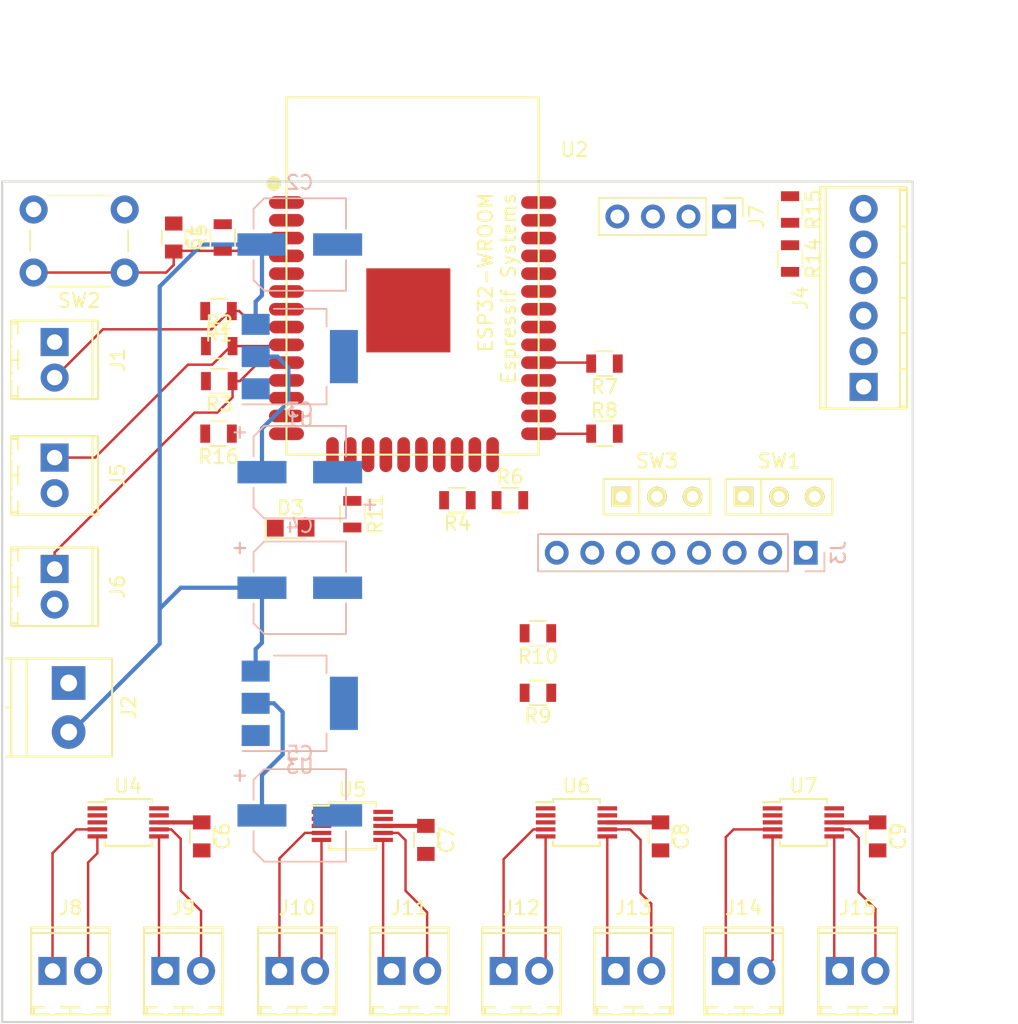
<source format=kicad_pcb>
(kicad_pcb (version 4) (host pcbnew 4.0.7-e2-6376~58~ubuntu16.04.1)

  (general
    (links 117)
    (no_connects 94)
    (area 122.424999 49.924999 187.575001 110.075001)
    (thickness 1.6)
    (drawings 10)
    (tracks 120)
    (zones 0)
    (modules 49)
    (nets 44)
  )

  (page A4)
  (layers
    (0 F.Cu signal)
    (31 B.Cu signal)
    (32 B.Adhes user)
    (33 F.Adhes user)
    (34 B.Paste user)
    (35 F.Paste user)
    (36 B.SilkS user)
    (37 F.SilkS user)
    (38 B.Mask user)
    (39 F.Mask user)
    (40 Dwgs.User user)
    (41 Cmts.User user)
    (42 Eco1.User user)
    (43 Eco2.User user)
    (44 Edge.Cuts user)
    (45 Margin user)
    (46 B.CrtYd user)
    (47 F.CrtYd user)
    (48 B.Fab user)
    (49 F.Fab user hide)
  )

  (setup
    (last_trace_width 0.175)
    (trace_clearance 0.1524)
    (zone_clearance 0.508)
    (zone_45_only no)
    (trace_min 0.14)
    (segment_width 0.2)
    (edge_width 0.15)
    (via_size 0.508)
    (via_drill 0.3302)
    (via_min_size 0.25)
    (via_min_drill 0.15)
    (uvia_size 0.3)
    (uvia_drill 0.1)
    (uvias_allowed no)
    (uvia_min_size 0.15)
    (uvia_min_drill 0.1)
    (pcb_text_width 0.3)
    (pcb_text_size 1.5 1.5)
    (mod_edge_width 0.15)
    (mod_text_size 0.5 0.5)
    (mod_text_width 0.075)
    (pad_size 1.524 1.524)
    (pad_drill 0.762)
    (pad_to_mask_clearance 0.2)
    (aux_axis_origin 0 0)
    (visible_elements FFFFFF7F)
    (pcbplotparams
      (layerselection 0x010f0_80000001)
      (usegerberextensions false)
      (excludeedgelayer true)
      (linewidth 0.100000)
      (plotframeref false)
      (viasonmask false)
      (mode 1)
      (useauxorigin false)
      (hpglpennumber 1)
      (hpglpenspeed 20)
      (hpglpendiameter 15)
      (hpglpenoverlay 2)
      (psnegative false)
      (psa4output false)
      (plotreference true)
      (plotvalue true)
      (plotinvisibletext false)
      (padsonsilk false)
      (subtractmaskfromsilk false)
      (outputformat 1)
      (mirror false)
      (drillshape 0)
      (scaleselection 1)
      (outputdirectory Gerber/))
  )

  (net 0 "")
  (net 1 +3V3)
  (net 2 GND)
  (net 3 "Net-(C1-Pad2)")
  (net 4 "Net-(J5-Pad1)")
  (net 5 "Net-(J6-Pad1)")
  (net 6 RXD)
  (net 7 TXD)
  (net 8 "Net-(R4-Pad1)")
  (net 9 "Net-(R6-Pad1)")
  (net 10 "Net-(R8-Pad1)")
  (net 11 "Net-(J7-Pad2)")
  (net 12 "Net-(C2-Pad1)")
  (net 13 "Net-(C3-Pad1)")
  (net 14 "Net-(D3-Pad2)")
  (net 15 "Net-(J4-Pad5)")
  (net 16 "Net-(J4-Pad6)")
  (net 17 "Net-(R7-Pad2)")
  (net 18 "Net-(R11-Pad1)")
  (net 19 "Net-(R16-Pad1)")
  (net 20 +5V)
  (net 21 "Net-(J1-Pad2)")
  (net 22 CS)
  (net 23 MOSI)
  (net 24 MISO)
  (net 25 SCK)
  (net 26 SCL)
  (net 27 SDA)
  (net 28 "Net-(J8-Pad2)")
  (net 29 "Net-(J8-Pad1)")
  (net 30 "Net-(J9-Pad2)")
  (net 31 "Net-(J9-Pad1)")
  (net 32 "Net-(J10-Pad2)")
  (net 33 "Net-(J10-Pad1)")
  (net 34 "Net-(J11-Pad2)")
  (net 35 "Net-(J11-Pad1)")
  (net 36 "Net-(J12-Pad2)")
  (net 37 "Net-(J12-Pad1)")
  (net 38 "Net-(J13-Pad2)")
  (net 39 "Net-(J13-Pad1)")
  (net 40 "Net-(J14-Pad2)")
  (net 41 "Net-(J14-Pad1)")
  (net 42 "Net-(J15-Pad2)")
  (net 43 "Net-(J15-Pad1)")

  (net_class Default "This is the default net class."
    (clearance 0.1524)
    (trace_width 0.175)
    (via_dia 0.508)
    (via_drill 0.3302)
    (uvia_dia 0.3)
    (uvia_drill 0.1)
    (add_net CS)
    (add_net MISO)
    (add_net MOSI)
    (add_net "Net-(C1-Pad2)")
    (add_net "Net-(D3-Pad2)")
    (add_net "Net-(J1-Pad2)")
    (add_net "Net-(J10-Pad1)")
    (add_net "Net-(J10-Pad2)")
    (add_net "Net-(J11-Pad1)")
    (add_net "Net-(J11-Pad2)")
    (add_net "Net-(J12-Pad1)")
    (add_net "Net-(J12-Pad2)")
    (add_net "Net-(J13-Pad1)")
    (add_net "Net-(J13-Pad2)")
    (add_net "Net-(J14-Pad1)")
    (add_net "Net-(J14-Pad2)")
    (add_net "Net-(J15-Pad1)")
    (add_net "Net-(J15-Pad2)")
    (add_net "Net-(J4-Pad5)")
    (add_net "Net-(J4-Pad6)")
    (add_net "Net-(J5-Pad1)")
    (add_net "Net-(J6-Pad1)")
    (add_net "Net-(J8-Pad1)")
    (add_net "Net-(J8-Pad2)")
    (add_net "Net-(J9-Pad1)")
    (add_net "Net-(J9-Pad2)")
    (add_net "Net-(R11-Pad1)")
    (add_net "Net-(R16-Pad1)")
    (add_net "Net-(R4-Pad1)")
    (add_net "Net-(R6-Pad1)")
    (add_net "Net-(R7-Pad2)")
    (add_net "Net-(R8-Pad1)")
    (add_net RXD)
    (add_net SCK)
    (add_net SCL)
    (add_net SDA)
    (add_net TXD)
  )

  (net_class GND ""
    (clearance 0.1524)
    (trace_width 0.14)
    (via_dia 0.25)
    (via_drill 0.15)
    (uvia_dia 0.3)
    (uvia_drill 0.1)
    (add_net GND)
  )

  (net_class PWR ""
    (clearance 0.1524)
    (trace_width 0.3)
    (via_dia 0.52)
    (via_drill 0.335)
    (uvia_dia 0.3)
    (uvia_drill 0.1)
    (add_net +3V3)
    (add_net +5V)
    (add_net "Net-(C2-Pad1)")
    (add_net "Net-(C3-Pad1)")
    (add_net "Net-(J7-Pad2)")
  )

  (module Capacitors_SMD:CP_Elec_6.3x7.7 (layer B.Cu) (tedit 58AA8B76) (tstamp 5B8968C7)
    (at 143.75 95.25)
    (descr "SMT capacitor, aluminium electrolytic, 6.3x7.7")
    (path /5B88A726)
    (attr smd)
    (fp_text reference C5 (at 0 -4.43) (layer B.SilkS)
      (effects (font (size 1 1) (thickness 0.15)) (justify mirror))
    )
    (fp_text value 22μF (at 0 4.43) (layer B.Fab)
      (effects (font (size 1 1) (thickness 0.15)) (justify mirror))
    )
    (fp_circle (center 0 0) (end 0.5 -3) (layer B.Fab) (width 0.1))
    (fp_text user + (at -1.73 0.08) (layer B.Fab)
      (effects (font (size 1 1) (thickness 0.15)) (justify mirror))
    )
    (fp_text user + (at -4.28 -2.91) (layer B.SilkS)
      (effects (font (size 1 1) (thickness 0.15)) (justify mirror))
    )
    (fp_text user %R (at 0 -4.43) (layer B.Fab)
      (effects (font (size 1 1) (thickness 0.15)) (justify mirror))
    )
    (fp_line (start 3.15 -3.15) (end 3.15 3.15) (layer B.Fab) (width 0.1))
    (fp_line (start -2.48 -3.15) (end 3.15 -3.15) (layer B.Fab) (width 0.1))
    (fp_line (start -3.15 -2.48) (end -2.48 -3.15) (layer B.Fab) (width 0.1))
    (fp_line (start -3.15 2.48) (end -3.15 -2.48) (layer B.Fab) (width 0.1))
    (fp_line (start -2.48 3.15) (end -3.15 2.48) (layer B.Fab) (width 0.1))
    (fp_line (start 3.15 3.15) (end -2.48 3.15) (layer B.Fab) (width 0.1))
    (fp_line (start -3.3 -2.54) (end -3.3 -1.12) (layer B.SilkS) (width 0.12))
    (fp_line (start 3.3 -3.3) (end 3.3 -1.12) (layer B.SilkS) (width 0.12))
    (fp_line (start 3.3 3.3) (end 3.3 1.12) (layer B.SilkS) (width 0.12))
    (fp_line (start -3.3 2.54) (end -3.3 1.12) (layer B.SilkS) (width 0.12))
    (fp_line (start 3.3 -3.3) (end -2.54 -3.3) (layer B.SilkS) (width 0.12))
    (fp_line (start -2.54 -3.3) (end -3.3 -2.54) (layer B.SilkS) (width 0.12))
    (fp_line (start -3.3 2.54) (end -2.54 3.3) (layer B.SilkS) (width 0.12))
    (fp_line (start -2.54 3.3) (end 3.3 3.3) (layer B.SilkS) (width 0.12))
    (fp_line (start -4.7 3.4) (end 4.7 3.4) (layer B.CrtYd) (width 0.05))
    (fp_line (start -4.7 3.4) (end -4.7 -3.4) (layer B.CrtYd) (width 0.05))
    (fp_line (start 4.7 -3.4) (end 4.7 3.4) (layer B.CrtYd) (width 0.05))
    (fp_line (start 4.7 -3.4) (end -4.7 -3.4) (layer B.CrtYd) (width 0.05))
    (pad 1 smd rect (at -2.7 0 180) (size 3.5 1.6) (layers B.Cu B.Paste B.Mask)
      (net 20 +5V))
    (pad 2 smd rect (at 2.7 0 180) (size 3.5 1.6) (layers B.Cu B.Paste B.Mask)
      (net 2 GND))
    (model Capacitors_SMD.3dshapes/CP_Elec_6.3x7.7.wrl
      (at (xyz 0 0 0))
      (scale (xyz 1 1 1))
      (rotate (xyz 0 0 180))
    )
  )

  (module Capacitors_SMD:C_0805 (layer F.Cu) (tedit 58AA8463) (tstamp 5B8968AF)
    (at 134.75 54 270)
    (descr "Capacitor SMD 0805, reflow soldering, AVX (see smccp.pdf)")
    (tags "capacitor 0805")
    (path /5A5E875B)
    (attr smd)
    (fp_text reference C1 (at 0 -1.5 270) (layer F.SilkS)
      (effects (font (size 1 1) (thickness 0.15)))
    )
    (fp_text value 100nF (at 0 1.75 270) (layer F.Fab)
      (effects (font (size 1 1) (thickness 0.15)))
    )
    (fp_text user %R (at 0 -1.5 270) (layer F.Fab)
      (effects (font (size 1 1) (thickness 0.15)))
    )
    (fp_line (start -1 0.62) (end -1 -0.62) (layer F.Fab) (width 0.1))
    (fp_line (start 1 0.62) (end -1 0.62) (layer F.Fab) (width 0.1))
    (fp_line (start 1 -0.62) (end 1 0.62) (layer F.Fab) (width 0.1))
    (fp_line (start -1 -0.62) (end 1 -0.62) (layer F.Fab) (width 0.1))
    (fp_line (start 0.5 -0.85) (end -0.5 -0.85) (layer F.SilkS) (width 0.12))
    (fp_line (start -0.5 0.85) (end 0.5 0.85) (layer F.SilkS) (width 0.12))
    (fp_line (start -1.75 -0.88) (end 1.75 -0.88) (layer F.CrtYd) (width 0.05))
    (fp_line (start -1.75 -0.88) (end -1.75 0.87) (layer F.CrtYd) (width 0.05))
    (fp_line (start 1.75 0.87) (end 1.75 -0.88) (layer F.CrtYd) (width 0.05))
    (fp_line (start 1.75 0.87) (end -1.75 0.87) (layer F.CrtYd) (width 0.05))
    (pad 1 smd rect (at -1 0 270) (size 1 1.25) (layers F.Cu F.Paste F.Mask)
      (net 2 GND))
    (pad 2 smd rect (at 1 0 270) (size 1 1.25) (layers F.Cu F.Paste F.Mask)
      (net 3 "Net-(C1-Pad2)"))
    (model Capacitors_SMD.3dshapes/C_0805.wrl
      (at (xyz 0 0 0))
      (scale (xyz 1 1 1))
      (rotate (xyz 0 0 0))
    )
  )

  (module Capacitors_SMD:CP_Elec_6.3x7.7 (layer B.Cu) (tedit 58AA8B76) (tstamp 5B8968B5)
    (at 143.75 54.5)
    (descr "SMT capacitor, aluminium electrolytic, 6.3x7.7")
    (path /5AE7D0CE)
    (attr smd)
    (fp_text reference C2 (at 0 -4.43) (layer B.SilkS)
      (effects (font (size 1 1) (thickness 0.15)) (justify mirror))
    )
    (fp_text value 22μF (at 0 4.43) (layer B.Fab)
      (effects (font (size 1 1) (thickness 0.15)) (justify mirror))
    )
    (fp_circle (center 0 0) (end 0.5 -3) (layer B.Fab) (width 0.1))
    (fp_text user + (at -1.73 0.08) (layer B.Fab)
      (effects (font (size 1 1) (thickness 0.15)) (justify mirror))
    )
    (fp_text user + (at 5 18.5) (layer B.SilkS)
      (effects (font (size 1 1) (thickness 0.15)) (justify mirror))
    )
    (fp_text user %R (at 0 -4.43) (layer B.Fab)
      (effects (font (size 1 1) (thickness 0.15)) (justify mirror))
    )
    (fp_line (start 3.15 -3.15) (end 3.15 3.15) (layer B.Fab) (width 0.1))
    (fp_line (start -2.48 -3.15) (end 3.15 -3.15) (layer B.Fab) (width 0.1))
    (fp_line (start -3.15 -2.48) (end -2.48 -3.15) (layer B.Fab) (width 0.1))
    (fp_line (start -3.15 2.48) (end -3.15 -2.48) (layer B.Fab) (width 0.1))
    (fp_line (start -2.48 3.15) (end -3.15 2.48) (layer B.Fab) (width 0.1))
    (fp_line (start 3.15 3.15) (end -2.48 3.15) (layer B.Fab) (width 0.1))
    (fp_line (start -3.3 -2.54) (end -3.3 -1.12) (layer B.SilkS) (width 0.12))
    (fp_line (start 3.3 -3.3) (end 3.3 -1.12) (layer B.SilkS) (width 0.12))
    (fp_line (start 3.3 3.3) (end 3.3 1.12) (layer B.SilkS) (width 0.12))
    (fp_line (start -3.3 2.54) (end -3.3 1.12) (layer B.SilkS) (width 0.12))
    (fp_line (start 3.3 -3.3) (end -2.54 -3.3) (layer B.SilkS) (width 0.12))
    (fp_line (start -2.54 -3.3) (end -3.3 -2.54) (layer B.SilkS) (width 0.12))
    (fp_line (start -3.3 2.54) (end -2.54 3.3) (layer B.SilkS) (width 0.12))
    (fp_line (start -2.54 3.3) (end 3.3 3.3) (layer B.SilkS) (width 0.12))
    (fp_line (start -4.7 3.4) (end 4.7 3.4) (layer B.CrtYd) (width 0.05))
    (fp_line (start -4.7 3.4) (end -4.7 -3.4) (layer B.CrtYd) (width 0.05))
    (fp_line (start 4.7 -3.4) (end 4.7 3.4) (layer B.CrtYd) (width 0.05))
    (fp_line (start 4.7 -3.4) (end -4.7 -3.4) (layer B.CrtYd) (width 0.05))
    (pad 1 smd rect (at -2.7 0 180) (size 3.5 1.6) (layers B.Cu B.Paste B.Mask)
      (net 12 "Net-(C2-Pad1)"))
    (pad 2 smd rect (at 2.7 0 180) (size 3.5 1.6) (layers B.Cu B.Paste B.Mask)
      (net 2 GND))
    (model Capacitors_SMD.3dshapes/CP_Elec_6.3x7.7.wrl
      (at (xyz 0 0 0))
      (scale (xyz 1 1 1))
      (rotate (xyz 0 0 180))
    )
  )

  (module Capacitors_SMD:CP_Elec_6.3x7.7 (layer B.Cu) (tedit 58AA8B76) (tstamp 5B8968BB)
    (at 143.75 70.75)
    (descr "SMT capacitor, aluminium electrolytic, 6.3x7.7")
    (path /5AE7CFB1)
    (attr smd)
    (fp_text reference C3 (at 0 -4.43) (layer B.SilkS)
      (effects (font (size 1 1) (thickness 0.15)) (justify mirror))
    )
    (fp_text value 22μF (at 0 4.43) (layer B.Fab)
      (effects (font (size 1 1) (thickness 0.15)) (justify mirror))
    )
    (fp_circle (center 0 0) (end 0.5 -3) (layer B.Fab) (width 0.1))
    (fp_text user + (at -1.73 0.08) (layer B.Fab)
      (effects (font (size 1 1) (thickness 0.15)) (justify mirror))
    )
    (fp_text user + (at -4.28 -2.91) (layer B.SilkS)
      (effects (font (size 1 1) (thickness 0.15)) (justify mirror))
    )
    (fp_text user %R (at 0 -4.43) (layer B.Fab)
      (effects (font (size 1 1) (thickness 0.15)) (justify mirror))
    )
    (fp_line (start 3.15 -3.15) (end 3.15 3.15) (layer B.Fab) (width 0.1))
    (fp_line (start -2.48 -3.15) (end 3.15 -3.15) (layer B.Fab) (width 0.1))
    (fp_line (start -3.15 -2.48) (end -2.48 -3.15) (layer B.Fab) (width 0.1))
    (fp_line (start -3.15 2.48) (end -3.15 -2.48) (layer B.Fab) (width 0.1))
    (fp_line (start -2.48 3.15) (end -3.15 2.48) (layer B.Fab) (width 0.1))
    (fp_line (start 3.15 3.15) (end -2.48 3.15) (layer B.Fab) (width 0.1))
    (fp_line (start -3.3 -2.54) (end -3.3 -1.12) (layer B.SilkS) (width 0.12))
    (fp_line (start 3.3 -3.3) (end 3.3 -1.12) (layer B.SilkS) (width 0.12))
    (fp_line (start 3.3 3.3) (end 3.3 1.12) (layer B.SilkS) (width 0.12))
    (fp_line (start -3.3 2.54) (end -3.3 1.12) (layer B.SilkS) (width 0.12))
    (fp_line (start 3.3 -3.3) (end -2.54 -3.3) (layer B.SilkS) (width 0.12))
    (fp_line (start -2.54 -3.3) (end -3.3 -2.54) (layer B.SilkS) (width 0.12))
    (fp_line (start -3.3 2.54) (end -2.54 3.3) (layer B.SilkS) (width 0.12))
    (fp_line (start -2.54 3.3) (end 3.3 3.3) (layer B.SilkS) (width 0.12))
    (fp_line (start -4.7 3.4) (end 4.7 3.4) (layer B.CrtYd) (width 0.05))
    (fp_line (start -4.7 3.4) (end -4.7 -3.4) (layer B.CrtYd) (width 0.05))
    (fp_line (start 4.7 -3.4) (end 4.7 3.4) (layer B.CrtYd) (width 0.05))
    (fp_line (start 4.7 -3.4) (end -4.7 -3.4) (layer B.CrtYd) (width 0.05))
    (pad 1 smd rect (at -2.7 0 180) (size 3.5 1.6) (layers B.Cu B.Paste B.Mask)
      (net 13 "Net-(C3-Pad1)"))
    (pad 2 smd rect (at 2.7 0 180) (size 3.5 1.6) (layers B.Cu B.Paste B.Mask)
      (net 2 GND))
    (model Capacitors_SMD.3dshapes/CP_Elec_6.3x7.7.wrl
      (at (xyz 0 0 0))
      (scale (xyz 1 1 1))
      (rotate (xyz 0 0 180))
    )
  )

  (module Capacitors_SMD:CP_Elec_6.3x7.7 (layer B.Cu) (tedit 58AA8B76) (tstamp 5B8968C1)
    (at 143.75 79)
    (descr "SMT capacitor, aluminium electrolytic, 6.3x7.7")
    (path /5B88A6B9)
    (attr smd)
    (fp_text reference C4 (at 0 -4.43) (layer B.SilkS)
      (effects (font (size 1 1) (thickness 0.15)) (justify mirror))
    )
    (fp_text value 22μF (at 0 4.43) (layer B.Fab)
      (effects (font (size 1 1) (thickness 0.15)) (justify mirror))
    )
    (fp_circle (center 0 0) (end 0.5 -3) (layer B.Fab) (width 0.1))
    (fp_text user + (at -1.73 0.08) (layer B.Fab)
      (effects (font (size 1 1) (thickness 0.15)) (justify mirror))
    )
    (fp_text user + (at -4.28 -2.91) (layer B.SilkS)
      (effects (font (size 1 1) (thickness 0.15)) (justify mirror))
    )
    (fp_text user %R (at 0 -4.43) (layer B.Fab)
      (effects (font (size 1 1) (thickness 0.15)) (justify mirror))
    )
    (fp_line (start 3.15 -3.15) (end 3.15 3.15) (layer B.Fab) (width 0.1))
    (fp_line (start -2.48 -3.15) (end 3.15 -3.15) (layer B.Fab) (width 0.1))
    (fp_line (start -3.15 -2.48) (end -2.48 -3.15) (layer B.Fab) (width 0.1))
    (fp_line (start -3.15 2.48) (end -3.15 -2.48) (layer B.Fab) (width 0.1))
    (fp_line (start -2.48 3.15) (end -3.15 2.48) (layer B.Fab) (width 0.1))
    (fp_line (start 3.15 3.15) (end -2.48 3.15) (layer B.Fab) (width 0.1))
    (fp_line (start -3.3 -2.54) (end -3.3 -1.12) (layer B.SilkS) (width 0.12))
    (fp_line (start 3.3 -3.3) (end 3.3 -1.12) (layer B.SilkS) (width 0.12))
    (fp_line (start 3.3 3.3) (end 3.3 1.12) (layer B.SilkS) (width 0.12))
    (fp_line (start -3.3 2.54) (end -3.3 1.12) (layer B.SilkS) (width 0.12))
    (fp_line (start 3.3 -3.3) (end -2.54 -3.3) (layer B.SilkS) (width 0.12))
    (fp_line (start -2.54 -3.3) (end -3.3 -2.54) (layer B.SilkS) (width 0.12))
    (fp_line (start -3.3 2.54) (end -2.54 3.3) (layer B.SilkS) (width 0.12))
    (fp_line (start -2.54 3.3) (end 3.3 3.3) (layer B.SilkS) (width 0.12))
    (fp_line (start -4.7 3.4) (end 4.7 3.4) (layer B.CrtYd) (width 0.05))
    (fp_line (start -4.7 3.4) (end -4.7 -3.4) (layer B.CrtYd) (width 0.05))
    (fp_line (start 4.7 -3.4) (end 4.7 3.4) (layer B.CrtYd) (width 0.05))
    (fp_line (start 4.7 -3.4) (end -4.7 -3.4) (layer B.CrtYd) (width 0.05))
    (pad 1 smd rect (at -2.7 0 180) (size 3.5 1.6) (layers B.Cu B.Paste B.Mask)
      (net 12 "Net-(C2-Pad1)"))
    (pad 2 smd rect (at 2.7 0 180) (size 3.5 1.6) (layers B.Cu B.Paste B.Mask)
      (net 2 GND))
    (model Capacitors_SMD.3dshapes/CP_Elec_6.3x7.7.wrl
      (at (xyz 0 0 0))
      (scale (xyz 1 1 1))
      (rotate (xyz 0 0 180))
    )
  )

  (module Capacitors_SMD:C_0805 (layer F.Cu) (tedit 58AA8463) (tstamp 5B8968CD)
    (at 136.75 96.75 270)
    (descr "Capacitor SMD 0805, reflow soldering, AVX (see smccp.pdf)")
    (tags "capacitor 0805")
    (path /5B89706E)
    (attr smd)
    (fp_text reference C6 (at 0 -1.5 270) (layer F.SilkS)
      (effects (font (size 1 1) (thickness 0.15)))
    )
    (fp_text value 0.1uF (at 0 1.75 270) (layer F.Fab)
      (effects (font (size 1 1) (thickness 0.15)))
    )
    (fp_text user %R (at 0 -1.5 270) (layer F.Fab)
      (effects (font (size 1 1) (thickness 0.15)))
    )
    (fp_line (start -1 0.62) (end -1 -0.62) (layer F.Fab) (width 0.1))
    (fp_line (start 1 0.62) (end -1 0.62) (layer F.Fab) (width 0.1))
    (fp_line (start 1 -0.62) (end 1 0.62) (layer F.Fab) (width 0.1))
    (fp_line (start -1 -0.62) (end 1 -0.62) (layer F.Fab) (width 0.1))
    (fp_line (start 0.5 -0.85) (end -0.5 -0.85) (layer F.SilkS) (width 0.12))
    (fp_line (start -0.5 0.85) (end 0.5 0.85) (layer F.SilkS) (width 0.12))
    (fp_line (start -1.75 -0.88) (end 1.75 -0.88) (layer F.CrtYd) (width 0.05))
    (fp_line (start -1.75 -0.88) (end -1.75 0.87) (layer F.CrtYd) (width 0.05))
    (fp_line (start 1.75 0.87) (end 1.75 -0.88) (layer F.CrtYd) (width 0.05))
    (fp_line (start 1.75 0.87) (end -1.75 0.87) (layer F.CrtYd) (width 0.05))
    (pad 1 smd rect (at -1 0 270) (size 1 1.25) (layers F.Cu F.Paste F.Mask)
      (net 20 +5V))
    (pad 2 smd rect (at 1 0 270) (size 1 1.25) (layers F.Cu F.Paste F.Mask)
      (net 2 GND))
    (model Capacitors_SMD.3dshapes/C_0805.wrl
      (at (xyz 0 0 0))
      (scale (xyz 1 1 1))
      (rotate (xyz 0 0 0))
    )
  )

  (module Capacitors_SMD:C_0805 (layer F.Cu) (tedit 58AA8463) (tstamp 5B8968D3)
    (at 152.75 97 270)
    (descr "Capacitor SMD 0805, reflow soldering, AVX (see smccp.pdf)")
    (tags "capacitor 0805")
    (path /5B897F75)
    (attr smd)
    (fp_text reference C7 (at 0 -1.5 270) (layer F.SilkS)
      (effects (font (size 1 1) (thickness 0.15)))
    )
    (fp_text value 0.1uF (at 0 1.75 270) (layer F.Fab)
      (effects (font (size 1 1) (thickness 0.15)))
    )
    (fp_text user %R (at 0 -1.5 270) (layer F.Fab)
      (effects (font (size 1 1) (thickness 0.15)))
    )
    (fp_line (start -1 0.62) (end -1 -0.62) (layer F.Fab) (width 0.1))
    (fp_line (start 1 0.62) (end -1 0.62) (layer F.Fab) (width 0.1))
    (fp_line (start 1 -0.62) (end 1 0.62) (layer F.Fab) (width 0.1))
    (fp_line (start -1 -0.62) (end 1 -0.62) (layer F.Fab) (width 0.1))
    (fp_line (start 0.5 -0.85) (end -0.5 -0.85) (layer F.SilkS) (width 0.12))
    (fp_line (start -0.5 0.85) (end 0.5 0.85) (layer F.SilkS) (width 0.12))
    (fp_line (start -1.75 -0.88) (end 1.75 -0.88) (layer F.CrtYd) (width 0.05))
    (fp_line (start -1.75 -0.88) (end -1.75 0.87) (layer F.CrtYd) (width 0.05))
    (fp_line (start 1.75 0.87) (end 1.75 -0.88) (layer F.CrtYd) (width 0.05))
    (fp_line (start 1.75 0.87) (end -1.75 0.87) (layer F.CrtYd) (width 0.05))
    (pad 1 smd rect (at -1 0 270) (size 1 1.25) (layers F.Cu F.Paste F.Mask)
      (net 20 +5V))
    (pad 2 smd rect (at 1 0 270) (size 1 1.25) (layers F.Cu F.Paste F.Mask)
      (net 2 GND))
    (model Capacitors_SMD.3dshapes/C_0805.wrl
      (at (xyz 0 0 0))
      (scale (xyz 1 1 1))
      (rotate (xyz 0 0 0))
    )
  )

  (module Capacitors_SMD:C_0805 (layer F.Cu) (tedit 58AA8463) (tstamp 5B8968D9)
    (at 169.5 96.75 270)
    (descr "Capacitor SMD 0805, reflow soldering, AVX (see smccp.pdf)")
    (tags "capacitor 0805")
    (path /5B898A59)
    (attr smd)
    (fp_text reference C8 (at 0 -1.5 270) (layer F.SilkS)
      (effects (font (size 1 1) (thickness 0.15)))
    )
    (fp_text value 0.1uF (at 0 1.75 270) (layer F.Fab)
      (effects (font (size 1 1) (thickness 0.15)))
    )
    (fp_text user %R (at 0 -1.5 270) (layer F.Fab)
      (effects (font (size 1 1) (thickness 0.15)))
    )
    (fp_line (start -1 0.62) (end -1 -0.62) (layer F.Fab) (width 0.1))
    (fp_line (start 1 0.62) (end -1 0.62) (layer F.Fab) (width 0.1))
    (fp_line (start 1 -0.62) (end 1 0.62) (layer F.Fab) (width 0.1))
    (fp_line (start -1 -0.62) (end 1 -0.62) (layer F.Fab) (width 0.1))
    (fp_line (start 0.5 -0.85) (end -0.5 -0.85) (layer F.SilkS) (width 0.12))
    (fp_line (start -0.5 0.85) (end 0.5 0.85) (layer F.SilkS) (width 0.12))
    (fp_line (start -1.75 -0.88) (end 1.75 -0.88) (layer F.CrtYd) (width 0.05))
    (fp_line (start -1.75 -0.88) (end -1.75 0.87) (layer F.CrtYd) (width 0.05))
    (fp_line (start 1.75 0.87) (end 1.75 -0.88) (layer F.CrtYd) (width 0.05))
    (fp_line (start 1.75 0.87) (end -1.75 0.87) (layer F.CrtYd) (width 0.05))
    (pad 1 smd rect (at -1 0 270) (size 1 1.25) (layers F.Cu F.Paste F.Mask)
      (net 20 +5V))
    (pad 2 smd rect (at 1 0 270) (size 1 1.25) (layers F.Cu F.Paste F.Mask)
      (net 2 GND))
    (model Capacitors_SMD.3dshapes/C_0805.wrl
      (at (xyz 0 0 0))
      (scale (xyz 1 1 1))
      (rotate (xyz 0 0 0))
    )
  )

  (module Capacitors_SMD:C_0805 (layer F.Cu) (tedit 58AA8463) (tstamp 5B8968DF)
    (at 185 96.75 270)
    (descr "Capacitor SMD 0805, reflow soldering, AVX (see smccp.pdf)")
    (tags "capacitor 0805")
    (path /5B899233)
    (attr smd)
    (fp_text reference C9 (at 0 -1.5 270) (layer F.SilkS)
      (effects (font (size 1 1) (thickness 0.15)))
    )
    (fp_text value 0.1uF (at 0 1.75 270) (layer F.Fab)
      (effects (font (size 1 1) (thickness 0.15)))
    )
    (fp_text user %R (at 0 -1.5 270) (layer F.Fab)
      (effects (font (size 1 1) (thickness 0.15)))
    )
    (fp_line (start -1 0.62) (end -1 -0.62) (layer F.Fab) (width 0.1))
    (fp_line (start 1 0.62) (end -1 0.62) (layer F.Fab) (width 0.1))
    (fp_line (start 1 -0.62) (end 1 0.62) (layer F.Fab) (width 0.1))
    (fp_line (start -1 -0.62) (end 1 -0.62) (layer F.Fab) (width 0.1))
    (fp_line (start 0.5 -0.85) (end -0.5 -0.85) (layer F.SilkS) (width 0.12))
    (fp_line (start -0.5 0.85) (end 0.5 0.85) (layer F.SilkS) (width 0.12))
    (fp_line (start -1.75 -0.88) (end 1.75 -0.88) (layer F.CrtYd) (width 0.05))
    (fp_line (start -1.75 -0.88) (end -1.75 0.87) (layer F.CrtYd) (width 0.05))
    (fp_line (start 1.75 0.87) (end 1.75 -0.88) (layer F.CrtYd) (width 0.05))
    (fp_line (start 1.75 0.87) (end -1.75 0.87) (layer F.CrtYd) (width 0.05))
    (pad 1 smd rect (at -1 0 270) (size 1 1.25) (layers F.Cu F.Paste F.Mask)
      (net 20 +5V))
    (pad 2 smd rect (at 1 0 270) (size 1 1.25) (layers F.Cu F.Paste F.Mask)
      (net 2 GND))
    (model Capacitors_SMD.3dshapes/C_0805.wrl
      (at (xyz 0 0 0))
      (scale (xyz 1 1 1))
      (rotate (xyz 0 0 0))
    )
  )

  (module LEDs:LED_0805 (layer F.Cu) (tedit 59959803) (tstamp 5B8968E5)
    (at 143.1 74.75)
    (descr "LED 0805 smd package")
    (tags "LED led 0805 SMD smd SMT smt smdled SMDLED smtled SMTLED")
    (path /5AE78936)
    (attr smd)
    (fp_text reference D3 (at 0 -1.45) (layer F.SilkS)
      (effects (font (size 1 1) (thickness 0.15)))
    )
    (fp_text value LED (at 0 1.55) (layer F.Fab)
      (effects (font (size 1 1) (thickness 0.15)))
    )
    (fp_line (start -1.8 -0.7) (end -1.8 0.7) (layer F.SilkS) (width 0.12))
    (fp_line (start -0.4 -0.4) (end -0.4 0.4) (layer F.Fab) (width 0.1))
    (fp_line (start -0.4 0) (end 0.2 -0.4) (layer F.Fab) (width 0.1))
    (fp_line (start 0.2 0.4) (end -0.4 0) (layer F.Fab) (width 0.1))
    (fp_line (start 0.2 -0.4) (end 0.2 0.4) (layer F.Fab) (width 0.1))
    (fp_line (start 1 0.6) (end -1 0.6) (layer F.Fab) (width 0.1))
    (fp_line (start 1 -0.6) (end 1 0.6) (layer F.Fab) (width 0.1))
    (fp_line (start -1 -0.6) (end 1 -0.6) (layer F.Fab) (width 0.1))
    (fp_line (start -1 0.6) (end -1 -0.6) (layer F.Fab) (width 0.1))
    (fp_line (start -1.8 0.7) (end 1 0.7) (layer F.SilkS) (width 0.12))
    (fp_line (start -1.8 -0.7) (end 1 -0.7) (layer F.SilkS) (width 0.12))
    (fp_line (start 1.95 -0.85) (end 1.95 0.85) (layer F.CrtYd) (width 0.05))
    (fp_line (start 1.95 0.85) (end -1.95 0.85) (layer F.CrtYd) (width 0.05))
    (fp_line (start -1.95 0.85) (end -1.95 -0.85) (layer F.CrtYd) (width 0.05))
    (fp_line (start -1.95 -0.85) (end 1.95 -0.85) (layer F.CrtYd) (width 0.05))
    (fp_text user %R (at 0 -1.25) (layer F.Fab)
      (effects (font (size 0.4 0.4) (thickness 0.1)))
    )
    (pad 2 smd rect (at 1.1 0 180) (size 1.2 1.2) (layers F.Cu F.Paste F.Mask)
      (net 14 "Net-(D3-Pad2)"))
    (pad 1 smd rect (at -1.1 0 180) (size 1.2 1.2) (layers F.Cu F.Paste F.Mask)
      (net 2 GND))
    (model ${KISYS3DMOD}/LEDs.3dshapes/LED_0805.wrl
      (at (xyz 0 0 0))
      (scale (xyz 1 1 1))
      (rotate (xyz 0 0 180))
    )
  )

  (module TerminalBlock_Phoenix:TerminalBlock_Phoenix_MPT-2.54mm_2pol (layer F.Cu) (tedit 59FF0755) (tstamp 5B8968ED)
    (at 126.25 61.46 270)
    (descr "2-way 2.54mm pitch terminal block, Phoenix MPT series")
    (path /5A58E9CB)
    (fp_text reference J1 (at 1.27 -4.50088 270) (layer F.SilkS)
      (effects (font (size 1 1) (thickness 0.15)))
    )
    (fp_text value Biruta (at 1.27 4.50088 270) (layer F.Fab)
      (effects (font (size 1 1) (thickness 0.15)))
    )
    (fp_text user %R (at 1.27 1.045 270) (layer F.Fab)
      (effects (font (size 1 1) (thickness 0.15)))
    )
    (fp_line (start -1.7 -3.3) (end 4.3 -3.3) (layer F.CrtYd) (width 0.05))
    (fp_line (start -1.7 3.3) (end -1.7 -3.3) (layer F.CrtYd) (width 0.05))
    (fp_line (start 4.3 3.3) (end -1.7 3.3) (layer F.CrtYd) (width 0.05))
    (fp_line (start 4.3 -3.3) (end 4.3 3.3) (layer F.CrtYd) (width 0.05))
    (fp_line (start 4.06908 2.60096) (end -1.52908 2.60096) (layer F.SilkS) (width 0.15))
    (fp_line (start -1.33096 3.0988) (end -1.33096 2.60096) (layer F.SilkS) (width 0.15))
    (fp_line (start 3.87096 2.60096) (end 3.87096 3.0988) (layer F.SilkS) (width 0.15))
    (fp_line (start 1.27 3.0988) (end 1.27 2.60096) (layer F.SilkS) (width 0.15))
    (fp_line (start -1.52908 -2.70002) (end 4.06908 -2.70002) (layer F.SilkS) (width 0.15))
    (fp_line (start -1.52908 3.0988) (end 4.06908 3.0988) (layer F.SilkS) (width 0.15))
    (fp_line (start 4.06908 3.0988) (end 4.06908 -3.0988) (layer F.SilkS) (width 0.15))
    (fp_line (start 4.06908 -3.0988) (end -1.52908 -3.0988) (layer F.SilkS) (width 0.15))
    (fp_line (start -1.52908 -3.0988) (end -1.52908 3.0988) (layer F.SilkS) (width 0.15))
    (pad 2 thru_hole oval (at 2.54 0 270) (size 1.99898 1.99898) (drill 1.09728) (layers *.Cu *.Mask)
      (net 21 "Net-(J1-Pad2)"))
    (pad 1 thru_hole rect (at 0 0 270) (size 1.99898 1.99898) (drill 1.09728) (layers *.Cu *.Mask)
      (net 1 +3V3))
    (pad "" np_thru_hole circle (at 0 2.54 270) (size 1.1 1.1) (drill 1.1) (layers *.Cu *.Mask))
    (pad "" np_thru_hole circle (at 2.54 2.54 270) (size 1.1 1.1) (drill 1.1) (layers *.Cu *.Mask))
    (model ${KISYS3DMOD}/TerminalBlock_Phoenix.3dshapes/TerminalBlock_Phoenix_MPT-2.54mm_2pol.wrl
      (at (xyz 0.05 0 0))
      (scale (xyz 1 1 1))
      (rotate (xyz 0 0 0))
    )
  )

  (module TerminalBlock_Phoenix:TerminalBlock_Phoenix_PT-3.5mm_2pol (layer F.Cu) (tedit 59FF0756) (tstamp 5B8968F3)
    (at 127.25 85.8 270)
    (descr "2-way 3.5mm pitch terminal block, Phoenix PT series")
    (path /5A58EC49)
    (fp_text reference J2 (at 1.75 -4.3 270) (layer F.SilkS)
      (effects (font (size 1 1) (thickness 0.15)))
    )
    (fp_text value Power (at 1.75 6 270) (layer F.Fab)
      (effects (font (size 1 1) (thickness 0.15)))
    )
    (fp_text user %R (at 1.75 0 270) (layer F.Fab)
      (effects (font (size 1 1) (thickness 0.15)))
    )
    (fp_line (start -1.9 -3.3) (end 5.4 -3.3) (layer F.CrtYd) (width 0.05))
    (fp_line (start -1.9 4.7) (end -1.9 -3.3) (layer F.CrtYd) (width 0.05))
    (fp_line (start 5.4 4.7) (end -1.9 4.7) (layer F.CrtYd) (width 0.05))
    (fp_line (start 5.4 -3.3) (end 5.4 4.7) (layer F.CrtYd) (width 0.05))
    (fp_line (start 1.75 4.1) (end 1.75 4.5) (layer F.SilkS) (width 0.15))
    (fp_line (start -1.75 3) (end 5.25 3) (layer F.SilkS) (width 0.15))
    (fp_line (start -1.75 4.1) (end 5.25 4.1) (layer F.SilkS) (width 0.15))
    (fp_line (start -1.75 -3.1) (end -1.75 4.5) (layer F.SilkS) (width 0.15))
    (fp_line (start 5.25 4.5) (end 5.25 -3.1) (layer F.SilkS) (width 0.15))
    (fp_line (start 5.25 -3.1) (end -1.75 -3.1) (layer F.SilkS) (width 0.15))
    (pad 2 thru_hole circle (at 3.5 0 270) (size 2.4 2.4) (drill 1.2) (layers *.Cu *.Mask)
      (net 12 "Net-(C2-Pad1)"))
    (pad 1 thru_hole rect (at 0 0 270) (size 2.4 2.4) (drill 1.2) (layers *.Cu *.Mask)
      (net 2 GND))
    (model ${KISYS3DMOD}/TerminalBlock_Phoenix.3dshapes/TerminalBlock_Phoenix_PT-3.5mm_2pol.wrl
      (at (xyz 0 0 0))
      (scale (xyz 1 1 1))
      (rotate (xyz 0 0 0))
    )
  )

  (module Pin_Headers:Pin_Header_Straight_1x08_Pitch2.54mm (layer B.Cu) (tedit 59650532) (tstamp 5B8968FF)
    (at 179.87 76.5 90)
    (descr "Through hole straight pin header, 1x08, 2.54mm pitch, single row")
    (tags "Through hole pin header THT 1x08 2.54mm single row")
    (path /5B86B0D6)
    (fp_text reference J3 (at 0 2.33 90) (layer B.SilkS)
      (effects (font (size 1 1) (thickness 0.15)) (justify mirror))
    )
    (fp_text value DataLogger (at 0 -20.11 90) (layer B.Fab)
      (effects (font (size 1 1) (thickness 0.15)) (justify mirror))
    )
    (fp_line (start -0.635 1.27) (end 1.27 1.27) (layer B.Fab) (width 0.1))
    (fp_line (start 1.27 1.27) (end 1.27 -19.05) (layer B.Fab) (width 0.1))
    (fp_line (start 1.27 -19.05) (end -1.27 -19.05) (layer B.Fab) (width 0.1))
    (fp_line (start -1.27 -19.05) (end -1.27 0.635) (layer B.Fab) (width 0.1))
    (fp_line (start -1.27 0.635) (end -0.635 1.27) (layer B.Fab) (width 0.1))
    (fp_line (start -1.33 -19.11) (end 1.33 -19.11) (layer B.SilkS) (width 0.12))
    (fp_line (start -1.33 -1.27) (end -1.33 -19.11) (layer B.SilkS) (width 0.12))
    (fp_line (start 1.33 -1.27) (end 1.33 -19.11) (layer B.SilkS) (width 0.12))
    (fp_line (start -1.33 -1.27) (end 1.33 -1.27) (layer B.SilkS) (width 0.12))
    (fp_line (start -1.33 0) (end -1.33 1.33) (layer B.SilkS) (width 0.12))
    (fp_line (start -1.33 1.33) (end 0 1.33) (layer B.SilkS) (width 0.12))
    (fp_line (start -1.8 1.8) (end -1.8 -19.55) (layer B.CrtYd) (width 0.05))
    (fp_line (start -1.8 -19.55) (end 1.8 -19.55) (layer B.CrtYd) (width 0.05))
    (fp_line (start 1.8 -19.55) (end 1.8 1.8) (layer B.CrtYd) (width 0.05))
    (fp_line (start 1.8 1.8) (end -1.8 1.8) (layer B.CrtYd) (width 0.05))
    (fp_text user %R (at 0 -8.89 360) (layer B.Fab)
      (effects (font (size 1 1) (thickness 0.15)) (justify mirror))
    )
    (pad 1 thru_hole rect (at 0 0 90) (size 1.7 1.7) (drill 1) (layers *.Cu *.Mask)
      (net 22 CS))
    (pad 2 thru_hole oval (at 0 -2.54 90) (size 1.7 1.7) (drill 1) (layers *.Cu *.Mask)
      (net 23 MOSI))
    (pad 3 thru_hole oval (at 0 -5.08 90) (size 1.7 1.7) (drill 1) (layers *.Cu *.Mask)
      (net 24 MISO))
    (pad 4 thru_hole oval (at 0 -7.62 90) (size 1.7 1.7) (drill 1) (layers *.Cu *.Mask)
      (net 25 SCK))
    (pad 5 thru_hole oval (at 0 -10.16 90) (size 1.7 1.7) (drill 1) (layers *.Cu *.Mask)
      (net 26 SCL))
    (pad 6 thru_hole oval (at 0 -12.7 90) (size 1.7 1.7) (drill 1) (layers *.Cu *.Mask)
      (net 27 SDA))
    (pad 7 thru_hole oval (at 0 -15.24 90) (size 1.7 1.7) (drill 1) (layers *.Cu *.Mask)
      (net 2 GND))
    (pad 8 thru_hole oval (at 0 -17.78 90) (size 1.7 1.7) (drill 1) (layers *.Cu *.Mask)
      (net 20 +5V))
    (model ${KISYS3DMOD}/Pin_Headers.3dshapes/Pin_Header_Straight_1x08_Pitch2.54mm.wrl
      (at (xyz 0 0 0))
      (scale (xyz 1 1 1))
      (rotate (xyz 0 0 0))
    )
  )

  (module TerminalBlock_Phoenix:TerminalBlock_Phoenix_MPT-2.54mm_6pol (layer F.Cu) (tedit 59FF0755) (tstamp 5B896909)
    (at 184 64.66 90)
    (descr "6-way 2.54mm pitch terminal block, Phoenix MPT series")
    (path /5A58EA66)
    (fp_text reference J4 (at 6.35 -4.50088 90) (layer F.SilkS)
      (effects (font (size 1 1) (thickness 0.15)))
    )
    (fp_text value BME280 (at 6.35 4.50088 90) (layer F.Fab)
      (effects (font (size 1 1) (thickness 0.15)))
    )
    (fp_text user %R (at 6.35 0 90) (layer F.Fab)
      (effects (font (size 1 1) (thickness 0.15)))
    )
    (fp_line (start -1.78 -3.3) (end 14.48 -3.3) (layer F.CrtYd) (width 0.05))
    (fp_line (start -1.78 3.3) (end -1.78 -3.3) (layer F.CrtYd) (width 0.05))
    (fp_line (start 14.48 3.3) (end -1.78 3.3) (layer F.CrtYd) (width 0.05))
    (fp_line (start 14.48 -3.3) (end 14.48 3.3) (layer F.CrtYd) (width 0.05))
    (fp_line (start 14.2494 -3.0988) (end -1.5494 -3.0988) (layer F.SilkS) (width 0.15))
    (fp_line (start 14.2494 -2.70002) (end -1.5494 -2.70002) (layer F.SilkS) (width 0.15))
    (fp_line (start -1.5494 3.0988) (end 14.2494 3.0988) (layer F.SilkS) (width 0.15))
    (fp_line (start 14.2494 2.60096) (end -1.5494 2.60096) (layer F.SilkS) (width 0.15))
    (fp_line (start 11.45032 2.60096) (end 11.45032 3.0988) (layer F.SilkS) (width 0.15))
    (fp_line (start 8.84936 2.60096) (end 8.84936 3.0988) (layer F.SilkS) (width 0.15))
    (fp_line (start 6.34746 2.60096) (end 6.34746 3.0988) (layer F.SilkS) (width 0.15))
    (fp_line (start 3.85064 2.60096) (end 3.85064 3.0988) (layer F.SilkS) (width 0.15))
    (fp_line (start -1.3462 3.0988) (end -1.3462 2.60096) (layer F.SilkS) (width 0.15))
    (fp_line (start 14.0462 2.60096) (end 14.0462 3.0988) (layer F.SilkS) (width 0.15))
    (fp_line (start 1.25222 3.0988) (end 1.25222 2.60096) (layer F.SilkS) (width 0.15))
    (fp_line (start 14.24432 3.0988) (end 14.24432 -3.0988) (layer F.SilkS) (width 0.15))
    (fp_line (start -1.54432 -3.0988) (end -1.54432 3.0988) (layer F.SilkS) (width 0.15))
    (pad 4 thru_hole oval (at 7.62 0 270) (size 1.99898 1.99898) (drill 1.09728) (layers *.Cu *.Mask)
      (net 27 SDA))
    (pad 1 thru_hole rect (at 0 0 270) (size 1.99898 1.99898) (drill 1.09728) (layers *.Cu *.Mask)
      (net 1 +3V3))
    (pad 2 thru_hole oval (at 2.54 0 270) (size 1.99898 1.99898) (drill 1.09728) (layers *.Cu *.Mask)
      (net 2 GND))
    (pad 3 thru_hole oval (at 5.08 0 270) (size 1.99898 1.99898) (drill 1.09728) (layers *.Cu *.Mask)
      (net 26 SCL))
    (pad 5 thru_hole oval (at 10.16 0 270) (size 1.99898 1.99898) (drill 1.09728) (layers *.Cu *.Mask)
      (net 15 "Net-(J4-Pad5)"))
    (pad 6 thru_hole oval (at 12.7 0 270) (size 1.99898 1.99898) (drill 1.09728) (layers *.Cu *.Mask)
      (net 16 "Net-(J4-Pad6)"))
    (model ${KISYS3DMOD}/TerminalBlock_Phoenix.3dshapes/TerminalBlock_Phoenix_MPT-2.54mm_6pol.wrl
      (at (xyz 0.25 0 0))
      (scale (xyz 1 1 1))
      (rotate (xyz 0 0 0))
    )
  )

  (module TerminalBlock_Phoenix:TerminalBlock_Phoenix_MPT-2.54mm_2pol (layer F.Cu) (tedit 59FF0755) (tstamp 5B896911)
    (at 126.25 69.71 270)
    (descr "2-way 2.54mm pitch terminal block, Phoenix MPT series")
    (path /5A58E986)
    (fp_text reference J5 (at 1.27 -4.50088 270) (layer F.SilkS)
      (effects (font (size 1 1) (thickness 0.15)))
    )
    (fp_text value Pluviometro (at 1.27 4.50088 270) (layer F.Fab)
      (effects (font (size 1 1) (thickness 0.15)))
    )
    (fp_text user %R (at 1.27 1.045 270) (layer F.Fab)
      (effects (font (size 1 1) (thickness 0.15)))
    )
    (fp_line (start -1.7 -3.3) (end 4.3 -3.3) (layer F.CrtYd) (width 0.05))
    (fp_line (start -1.7 3.3) (end -1.7 -3.3) (layer F.CrtYd) (width 0.05))
    (fp_line (start 4.3 3.3) (end -1.7 3.3) (layer F.CrtYd) (width 0.05))
    (fp_line (start 4.3 -3.3) (end 4.3 3.3) (layer F.CrtYd) (width 0.05))
    (fp_line (start 4.06908 2.60096) (end -1.52908 2.60096) (layer F.SilkS) (width 0.15))
    (fp_line (start -1.33096 3.0988) (end -1.33096 2.60096) (layer F.SilkS) (width 0.15))
    (fp_line (start 3.87096 2.60096) (end 3.87096 3.0988) (layer F.SilkS) (width 0.15))
    (fp_line (start 1.27 3.0988) (end 1.27 2.60096) (layer F.SilkS) (width 0.15))
    (fp_line (start -1.52908 -2.70002) (end 4.06908 -2.70002) (layer F.SilkS) (width 0.15))
    (fp_line (start -1.52908 3.0988) (end 4.06908 3.0988) (layer F.SilkS) (width 0.15))
    (fp_line (start 4.06908 3.0988) (end 4.06908 -3.0988) (layer F.SilkS) (width 0.15))
    (fp_line (start 4.06908 -3.0988) (end -1.52908 -3.0988) (layer F.SilkS) (width 0.15))
    (fp_line (start -1.52908 -3.0988) (end -1.52908 3.0988) (layer F.SilkS) (width 0.15))
    (pad 2 thru_hole oval (at 2.54 0 270) (size 1.99898 1.99898) (drill 1.09728) (layers *.Cu *.Mask)
      (net 1 +3V3))
    (pad 1 thru_hole rect (at 0 0 270) (size 1.99898 1.99898) (drill 1.09728) (layers *.Cu *.Mask)
      (net 4 "Net-(J5-Pad1)"))
    (pad "" np_thru_hole circle (at 0 2.54 270) (size 1.1 1.1) (drill 1.1) (layers *.Cu *.Mask))
    (pad "" np_thru_hole circle (at 2.54 2.54 270) (size 1.1 1.1) (drill 1.1) (layers *.Cu *.Mask))
    (model ${KISYS3DMOD}/TerminalBlock_Phoenix.3dshapes/TerminalBlock_Phoenix_MPT-2.54mm_2pol.wrl
      (at (xyz 0.05 0 0))
      (scale (xyz 1 1 1))
      (rotate (xyz 0 0 0))
    )
  )

  (module TerminalBlock_Phoenix:TerminalBlock_Phoenix_MPT-2.54mm_2pol (layer F.Cu) (tedit 59FF0755) (tstamp 5B896919)
    (at 126.25 77.66 270)
    (descr "2-way 2.54mm pitch terminal block, Phoenix MPT series")
    (path /5A58E867)
    (fp_text reference J6 (at 1.27 -4.50088 270) (layer F.SilkS)
      (effects (font (size 1 1) (thickness 0.15)))
    )
    (fp_text value Anemometro (at 1.27 4.50088 270) (layer F.Fab)
      (effects (font (size 1 1) (thickness 0.15)))
    )
    (fp_text user %R (at 1.27 1.045 270) (layer F.Fab)
      (effects (font (size 1 1) (thickness 0.15)))
    )
    (fp_line (start -1.7 -3.3) (end 4.3 -3.3) (layer F.CrtYd) (width 0.05))
    (fp_line (start -1.7 3.3) (end -1.7 -3.3) (layer F.CrtYd) (width 0.05))
    (fp_line (start 4.3 3.3) (end -1.7 3.3) (layer F.CrtYd) (width 0.05))
    (fp_line (start 4.3 -3.3) (end 4.3 3.3) (layer F.CrtYd) (width 0.05))
    (fp_line (start 4.06908 2.60096) (end -1.52908 2.60096) (layer F.SilkS) (width 0.15))
    (fp_line (start -1.33096 3.0988) (end -1.33096 2.60096) (layer F.SilkS) (width 0.15))
    (fp_line (start 3.87096 2.60096) (end 3.87096 3.0988) (layer F.SilkS) (width 0.15))
    (fp_line (start 1.27 3.0988) (end 1.27 2.60096) (layer F.SilkS) (width 0.15))
    (fp_line (start -1.52908 -2.70002) (end 4.06908 -2.70002) (layer F.SilkS) (width 0.15))
    (fp_line (start -1.52908 3.0988) (end 4.06908 3.0988) (layer F.SilkS) (width 0.15))
    (fp_line (start 4.06908 3.0988) (end 4.06908 -3.0988) (layer F.SilkS) (width 0.15))
    (fp_line (start 4.06908 -3.0988) (end -1.52908 -3.0988) (layer F.SilkS) (width 0.15))
    (fp_line (start -1.52908 -3.0988) (end -1.52908 3.0988) (layer F.SilkS) (width 0.15))
    (pad 2 thru_hole oval (at 2.54 0 270) (size 1.99898 1.99898) (drill 1.09728) (layers *.Cu *.Mask)
      (net 1 +3V3))
    (pad 1 thru_hole rect (at 0 0 270) (size 1.99898 1.99898) (drill 1.09728) (layers *.Cu *.Mask)
      (net 5 "Net-(J6-Pad1)"))
    (pad "" np_thru_hole circle (at 0 2.54 270) (size 1.1 1.1) (drill 1.1) (layers *.Cu *.Mask))
    (pad "" np_thru_hole circle (at 2.54 2.54 270) (size 1.1 1.1) (drill 1.1) (layers *.Cu *.Mask))
    (model ${KISYS3DMOD}/TerminalBlock_Phoenix.3dshapes/TerminalBlock_Phoenix_MPT-2.54mm_2pol.wrl
      (at (xyz 0.05 0 0))
      (scale (xyz 1 1 1))
      (rotate (xyz 0 0 0))
    )
  )

  (module Pin_Headers:Pin_Header_Straight_1x04_Pitch2.54mm (layer F.Cu) (tedit 59650532) (tstamp 5B896921)
    (at 174.04 52.5 270)
    (descr "Through hole straight pin header, 1x04, 2.54mm pitch, single row")
    (tags "Through hole pin header THT 1x04 2.54mm single row")
    (path /5A5E7C94)
    (fp_text reference J7 (at 0 -2.33 270) (layer F.SilkS)
      (effects (font (size 1 1) (thickness 0.15)))
    )
    (fp_text value FTDI (at 0 9.95 270) (layer F.Fab)
      (effects (font (size 1 1) (thickness 0.15)))
    )
    (fp_line (start -0.635 -1.27) (end 1.27 -1.27) (layer F.Fab) (width 0.1))
    (fp_line (start 1.27 -1.27) (end 1.27 8.89) (layer F.Fab) (width 0.1))
    (fp_line (start 1.27 8.89) (end -1.27 8.89) (layer F.Fab) (width 0.1))
    (fp_line (start -1.27 8.89) (end -1.27 -0.635) (layer F.Fab) (width 0.1))
    (fp_line (start -1.27 -0.635) (end -0.635 -1.27) (layer F.Fab) (width 0.1))
    (fp_line (start -1.33 8.95) (end 1.33 8.95) (layer F.SilkS) (width 0.12))
    (fp_line (start -1.33 1.27) (end -1.33 8.95) (layer F.SilkS) (width 0.12))
    (fp_line (start 1.33 1.27) (end 1.33 8.95) (layer F.SilkS) (width 0.12))
    (fp_line (start -1.33 1.27) (end 1.33 1.27) (layer F.SilkS) (width 0.12))
    (fp_line (start -1.33 0) (end -1.33 -1.33) (layer F.SilkS) (width 0.12))
    (fp_line (start -1.33 -1.33) (end 0 -1.33) (layer F.SilkS) (width 0.12))
    (fp_line (start -1.8 -1.8) (end -1.8 9.4) (layer F.CrtYd) (width 0.05))
    (fp_line (start -1.8 9.4) (end 1.8 9.4) (layer F.CrtYd) (width 0.05))
    (fp_line (start 1.8 9.4) (end 1.8 -1.8) (layer F.CrtYd) (width 0.05))
    (fp_line (start 1.8 -1.8) (end -1.8 -1.8) (layer F.CrtYd) (width 0.05))
    (fp_text user %R (at 0 3.81 360) (layer F.Fab)
      (effects (font (size 1 1) (thickness 0.15)))
    )
    (pad 1 thru_hole rect (at 0 0 270) (size 1.7 1.7) (drill 1) (layers *.Cu *.Mask)
      (net 2 GND))
    (pad 2 thru_hole oval (at 0 2.54 270) (size 1.7 1.7) (drill 1) (layers *.Cu *.Mask)
      (net 11 "Net-(J7-Pad2)"))
    (pad 3 thru_hole oval (at 0 5.08 270) (size 1.7 1.7) (drill 1) (layers *.Cu *.Mask)
      (net 6 RXD))
    (pad 4 thru_hole oval (at 0 7.62 270) (size 1.7 1.7) (drill 1) (layers *.Cu *.Mask)
      (net 7 TXD))
    (model ${KISYS3DMOD}/Pin_Headers.3dshapes/Pin_Header_Straight_1x04_Pitch2.54mm.wrl
      (at (xyz 0 0 0))
      (scale (xyz 1 1 1))
      (rotate (xyz 0 0 0))
    )
  )

  (module TerminalBlock_Phoenix:TerminalBlock_Phoenix_MPT-2.54mm_2pol (layer F.Cu) (tedit 59FF0755) (tstamp 5B896929)
    (at 126.1 106.35)
    (descr "2-way 2.54mm pitch terminal block, Phoenix MPT series")
    (path /5B89B2A2)
    (fp_text reference J8 (at 1.27 -4.50088) (layer F.SilkS)
      (effects (font (size 1 1) (thickness 0.15)))
    )
    (fp_text value Conn_01x02 (at 1.27 4.50088) (layer F.Fab)
      (effects (font (size 1 1) (thickness 0.15)))
    )
    (fp_text user %R (at 1.27 1.045) (layer F.Fab)
      (effects (font (size 1 1) (thickness 0.15)))
    )
    (fp_line (start -1.7 -3.3) (end 4.3 -3.3) (layer F.CrtYd) (width 0.05))
    (fp_line (start -1.7 3.3) (end -1.7 -3.3) (layer F.CrtYd) (width 0.05))
    (fp_line (start 4.3 3.3) (end -1.7 3.3) (layer F.CrtYd) (width 0.05))
    (fp_line (start 4.3 -3.3) (end 4.3 3.3) (layer F.CrtYd) (width 0.05))
    (fp_line (start 4.06908 2.60096) (end -1.52908 2.60096) (layer F.SilkS) (width 0.15))
    (fp_line (start -1.33096 3.0988) (end -1.33096 2.60096) (layer F.SilkS) (width 0.15))
    (fp_line (start 3.87096 2.60096) (end 3.87096 3.0988) (layer F.SilkS) (width 0.15))
    (fp_line (start 1.27 3.0988) (end 1.27 2.60096) (layer F.SilkS) (width 0.15))
    (fp_line (start -1.52908 -2.70002) (end 4.06908 -2.70002) (layer F.SilkS) (width 0.15))
    (fp_line (start -1.52908 3.0988) (end 4.06908 3.0988) (layer F.SilkS) (width 0.15))
    (fp_line (start 4.06908 3.0988) (end 4.06908 -3.0988) (layer F.SilkS) (width 0.15))
    (fp_line (start 4.06908 -3.0988) (end -1.52908 -3.0988) (layer F.SilkS) (width 0.15))
    (fp_line (start -1.52908 -3.0988) (end -1.52908 3.0988) (layer F.SilkS) (width 0.15))
    (pad 2 thru_hole oval (at 2.54 0) (size 1.99898 1.99898) (drill 1.09728) (layers *.Cu *.Mask)
      (net 28 "Net-(J8-Pad2)"))
    (pad 1 thru_hole rect (at 0 0) (size 1.99898 1.99898) (drill 1.09728) (layers *.Cu *.Mask)
      (net 29 "Net-(J8-Pad1)"))
    (pad "" np_thru_hole circle (at 0 2.54) (size 1.1 1.1) (drill 1.1) (layers *.Cu *.Mask))
    (pad "" np_thru_hole circle (at 2.54 2.54) (size 1.1 1.1) (drill 1.1) (layers *.Cu *.Mask))
    (model ${KISYS3DMOD}/TerminalBlock_Phoenix.3dshapes/TerminalBlock_Phoenix_MPT-2.54mm_2pol.wrl
      (at (xyz 0.05 0 0))
      (scale (xyz 1 1 1))
      (rotate (xyz 0 0 0))
    )
  )

  (module TerminalBlock_Phoenix:TerminalBlock_Phoenix_MPT-2.54mm_2pol (layer F.Cu) (tedit 59FF0755) (tstamp 5B896931)
    (at 134.16 106.35)
    (descr "2-way 2.54mm pitch terminal block, Phoenix MPT series")
    (path /5B89B345)
    (fp_text reference J9 (at 1.27 -4.50088) (layer F.SilkS)
      (effects (font (size 1 1) (thickness 0.15)))
    )
    (fp_text value Conn_01x02 (at 1.27 4.50088) (layer F.Fab)
      (effects (font (size 1 1) (thickness 0.15)))
    )
    (fp_text user %R (at 1.27 1.045) (layer F.Fab)
      (effects (font (size 1 1) (thickness 0.15)))
    )
    (fp_line (start -1.7 -3.3) (end 4.3 -3.3) (layer F.CrtYd) (width 0.05))
    (fp_line (start -1.7 3.3) (end -1.7 -3.3) (layer F.CrtYd) (width 0.05))
    (fp_line (start 4.3 3.3) (end -1.7 3.3) (layer F.CrtYd) (width 0.05))
    (fp_line (start 4.3 -3.3) (end 4.3 3.3) (layer F.CrtYd) (width 0.05))
    (fp_line (start 4.06908 2.60096) (end -1.52908 2.60096) (layer F.SilkS) (width 0.15))
    (fp_line (start -1.33096 3.0988) (end -1.33096 2.60096) (layer F.SilkS) (width 0.15))
    (fp_line (start 3.87096 2.60096) (end 3.87096 3.0988) (layer F.SilkS) (width 0.15))
    (fp_line (start 1.27 3.0988) (end 1.27 2.60096) (layer F.SilkS) (width 0.15))
    (fp_line (start -1.52908 -2.70002) (end 4.06908 -2.70002) (layer F.SilkS) (width 0.15))
    (fp_line (start -1.52908 3.0988) (end 4.06908 3.0988) (layer F.SilkS) (width 0.15))
    (fp_line (start 4.06908 3.0988) (end 4.06908 -3.0988) (layer F.SilkS) (width 0.15))
    (fp_line (start 4.06908 -3.0988) (end -1.52908 -3.0988) (layer F.SilkS) (width 0.15))
    (fp_line (start -1.52908 -3.0988) (end -1.52908 3.0988) (layer F.SilkS) (width 0.15))
    (pad 2 thru_hole oval (at 2.54 0) (size 1.99898 1.99898) (drill 1.09728) (layers *.Cu *.Mask)
      (net 30 "Net-(J9-Pad2)"))
    (pad 1 thru_hole rect (at 0 0) (size 1.99898 1.99898) (drill 1.09728) (layers *.Cu *.Mask)
      (net 31 "Net-(J9-Pad1)"))
    (pad "" np_thru_hole circle (at 0 2.54) (size 1.1 1.1) (drill 1.1) (layers *.Cu *.Mask))
    (pad "" np_thru_hole circle (at 2.54 2.54) (size 1.1 1.1) (drill 1.1) (layers *.Cu *.Mask))
    (model ${KISYS3DMOD}/TerminalBlock_Phoenix.3dshapes/TerminalBlock_Phoenix_MPT-2.54mm_2pol.wrl
      (at (xyz 0.05 0 0))
      (scale (xyz 1 1 1))
      (rotate (xyz 0 0 0))
    )
  )

  (module TerminalBlock_Phoenix:TerminalBlock_Phoenix_MPT-2.54mm_2pol (layer F.Cu) (tedit 59FF0755) (tstamp 5B896939)
    (at 142.3 106.35)
    (descr "2-way 2.54mm pitch terminal block, Phoenix MPT series")
    (path /5B89B3D6)
    (fp_text reference J10 (at 1.27 -4.50088) (layer F.SilkS)
      (effects (font (size 1 1) (thickness 0.15)))
    )
    (fp_text value Conn_01x02 (at 1.27 4.50088) (layer F.Fab)
      (effects (font (size 1 1) (thickness 0.15)))
    )
    (fp_text user %R (at 1.27 1.045) (layer F.Fab)
      (effects (font (size 1 1) (thickness 0.15)))
    )
    (fp_line (start -1.7 -3.3) (end 4.3 -3.3) (layer F.CrtYd) (width 0.05))
    (fp_line (start -1.7 3.3) (end -1.7 -3.3) (layer F.CrtYd) (width 0.05))
    (fp_line (start 4.3 3.3) (end -1.7 3.3) (layer F.CrtYd) (width 0.05))
    (fp_line (start 4.3 -3.3) (end 4.3 3.3) (layer F.CrtYd) (width 0.05))
    (fp_line (start 4.06908 2.60096) (end -1.52908 2.60096) (layer F.SilkS) (width 0.15))
    (fp_line (start -1.33096 3.0988) (end -1.33096 2.60096) (layer F.SilkS) (width 0.15))
    (fp_line (start 3.87096 2.60096) (end 3.87096 3.0988) (layer F.SilkS) (width 0.15))
    (fp_line (start 1.27 3.0988) (end 1.27 2.60096) (layer F.SilkS) (width 0.15))
    (fp_line (start -1.52908 -2.70002) (end 4.06908 -2.70002) (layer F.SilkS) (width 0.15))
    (fp_line (start -1.52908 3.0988) (end 4.06908 3.0988) (layer F.SilkS) (width 0.15))
    (fp_line (start 4.06908 3.0988) (end 4.06908 -3.0988) (layer F.SilkS) (width 0.15))
    (fp_line (start 4.06908 -3.0988) (end -1.52908 -3.0988) (layer F.SilkS) (width 0.15))
    (fp_line (start -1.52908 -3.0988) (end -1.52908 3.0988) (layer F.SilkS) (width 0.15))
    (pad 2 thru_hole oval (at 2.54 0) (size 1.99898 1.99898) (drill 1.09728) (layers *.Cu *.Mask)
      (net 32 "Net-(J10-Pad2)"))
    (pad 1 thru_hole rect (at 0 0) (size 1.99898 1.99898) (drill 1.09728) (layers *.Cu *.Mask)
      (net 33 "Net-(J10-Pad1)"))
    (pad "" np_thru_hole circle (at 0 2.54) (size 1.1 1.1) (drill 1.1) (layers *.Cu *.Mask))
    (pad "" np_thru_hole circle (at 2.54 2.54) (size 1.1 1.1) (drill 1.1) (layers *.Cu *.Mask))
    (model ${KISYS3DMOD}/TerminalBlock_Phoenix.3dshapes/TerminalBlock_Phoenix_MPT-2.54mm_2pol.wrl
      (at (xyz 0.05 0 0))
      (scale (xyz 1 1 1))
      (rotate (xyz 0 0 0))
    )
  )

  (module TerminalBlock_Phoenix:TerminalBlock_Phoenix_MPT-2.54mm_2pol (layer F.Cu) (tedit 59FF0755) (tstamp 5B896941)
    (at 150.3 106.35)
    (descr "2-way 2.54mm pitch terminal block, Phoenix MPT series")
    (path /5B89B573)
    (fp_text reference J11 (at 1.27 -4.50088) (layer F.SilkS)
      (effects (font (size 1 1) (thickness 0.15)))
    )
    (fp_text value Conn_01x02 (at 1.27 4.50088) (layer F.Fab)
      (effects (font (size 1 1) (thickness 0.15)))
    )
    (fp_text user %R (at 1.27 1.045) (layer F.Fab)
      (effects (font (size 1 1) (thickness 0.15)))
    )
    (fp_line (start -1.7 -3.3) (end 4.3 -3.3) (layer F.CrtYd) (width 0.05))
    (fp_line (start -1.7 3.3) (end -1.7 -3.3) (layer F.CrtYd) (width 0.05))
    (fp_line (start 4.3 3.3) (end -1.7 3.3) (layer F.CrtYd) (width 0.05))
    (fp_line (start 4.3 -3.3) (end 4.3 3.3) (layer F.CrtYd) (width 0.05))
    (fp_line (start 4.06908 2.60096) (end -1.52908 2.60096) (layer F.SilkS) (width 0.15))
    (fp_line (start -1.33096 3.0988) (end -1.33096 2.60096) (layer F.SilkS) (width 0.15))
    (fp_line (start 3.87096 2.60096) (end 3.87096 3.0988) (layer F.SilkS) (width 0.15))
    (fp_line (start 1.27 3.0988) (end 1.27 2.60096) (layer F.SilkS) (width 0.15))
    (fp_line (start -1.52908 -2.70002) (end 4.06908 -2.70002) (layer F.SilkS) (width 0.15))
    (fp_line (start -1.52908 3.0988) (end 4.06908 3.0988) (layer F.SilkS) (width 0.15))
    (fp_line (start 4.06908 3.0988) (end 4.06908 -3.0988) (layer F.SilkS) (width 0.15))
    (fp_line (start 4.06908 -3.0988) (end -1.52908 -3.0988) (layer F.SilkS) (width 0.15))
    (fp_line (start -1.52908 -3.0988) (end -1.52908 3.0988) (layer F.SilkS) (width 0.15))
    (pad 2 thru_hole oval (at 2.54 0) (size 1.99898 1.99898) (drill 1.09728) (layers *.Cu *.Mask)
      (net 34 "Net-(J11-Pad2)"))
    (pad 1 thru_hole rect (at 0 0) (size 1.99898 1.99898) (drill 1.09728) (layers *.Cu *.Mask)
      (net 35 "Net-(J11-Pad1)"))
    (pad "" np_thru_hole circle (at 0 2.54) (size 1.1 1.1) (drill 1.1) (layers *.Cu *.Mask))
    (pad "" np_thru_hole circle (at 2.54 2.54) (size 1.1 1.1) (drill 1.1) (layers *.Cu *.Mask))
    (model ${KISYS3DMOD}/TerminalBlock_Phoenix.3dshapes/TerminalBlock_Phoenix_MPT-2.54mm_2pol.wrl
      (at (xyz 0.05 0 0))
      (scale (xyz 1 1 1))
      (rotate (xyz 0 0 0))
    )
  )

  (module TerminalBlock_Phoenix:TerminalBlock_Phoenix_MPT-2.54mm_2pol (layer F.Cu) (tedit 59FF0755) (tstamp 5B896949)
    (at 158.3 106.35)
    (descr "2-way 2.54mm pitch terminal block, Phoenix MPT series")
    (path /5B89B5F6)
    (fp_text reference J12 (at 1.27 -4.50088) (layer F.SilkS)
      (effects (font (size 1 1) (thickness 0.15)))
    )
    (fp_text value Conn_01x02 (at 1.27 4.50088) (layer F.Fab)
      (effects (font (size 1 1) (thickness 0.15)))
    )
    (fp_text user %R (at 1.27 1.045) (layer F.Fab)
      (effects (font (size 1 1) (thickness 0.15)))
    )
    (fp_line (start -1.7 -3.3) (end 4.3 -3.3) (layer F.CrtYd) (width 0.05))
    (fp_line (start -1.7 3.3) (end -1.7 -3.3) (layer F.CrtYd) (width 0.05))
    (fp_line (start 4.3 3.3) (end -1.7 3.3) (layer F.CrtYd) (width 0.05))
    (fp_line (start 4.3 -3.3) (end 4.3 3.3) (layer F.CrtYd) (width 0.05))
    (fp_line (start 4.06908 2.60096) (end -1.52908 2.60096) (layer F.SilkS) (width 0.15))
    (fp_line (start -1.33096 3.0988) (end -1.33096 2.60096) (layer F.SilkS) (width 0.15))
    (fp_line (start 3.87096 2.60096) (end 3.87096 3.0988) (layer F.SilkS) (width 0.15))
    (fp_line (start 1.27 3.0988) (end 1.27 2.60096) (layer F.SilkS) (width 0.15))
    (fp_line (start -1.52908 -2.70002) (end 4.06908 -2.70002) (layer F.SilkS) (width 0.15))
    (fp_line (start -1.52908 3.0988) (end 4.06908 3.0988) (layer F.SilkS) (width 0.15))
    (fp_line (start 4.06908 3.0988) (end 4.06908 -3.0988) (layer F.SilkS) (width 0.15))
    (fp_line (start 4.06908 -3.0988) (end -1.52908 -3.0988) (layer F.SilkS) (width 0.15))
    (fp_line (start -1.52908 -3.0988) (end -1.52908 3.0988) (layer F.SilkS) (width 0.15))
    (pad 2 thru_hole oval (at 2.54 0) (size 1.99898 1.99898) (drill 1.09728) (layers *.Cu *.Mask)
      (net 36 "Net-(J12-Pad2)"))
    (pad 1 thru_hole rect (at 0 0) (size 1.99898 1.99898) (drill 1.09728) (layers *.Cu *.Mask)
      (net 37 "Net-(J12-Pad1)"))
    (pad "" np_thru_hole circle (at 0 2.54) (size 1.1 1.1) (drill 1.1) (layers *.Cu *.Mask))
    (pad "" np_thru_hole circle (at 2.54 2.54) (size 1.1 1.1) (drill 1.1) (layers *.Cu *.Mask))
    (model ${KISYS3DMOD}/TerminalBlock_Phoenix.3dshapes/TerminalBlock_Phoenix_MPT-2.54mm_2pol.wrl
      (at (xyz 0.05 0 0))
      (scale (xyz 1 1 1))
      (rotate (xyz 0 0 0))
    )
  )

  (module TerminalBlock_Phoenix:TerminalBlock_Phoenix_MPT-2.54mm_2pol (layer F.Cu) (tedit 59FF0755) (tstamp 5B896951)
    (at 166.3 106.35)
    (descr "2-way 2.54mm pitch terminal block, Phoenix MPT series")
    (path /5B89B689)
    (fp_text reference J13 (at 1.27 -4.50088) (layer F.SilkS)
      (effects (font (size 1 1) (thickness 0.15)))
    )
    (fp_text value Conn_01x02 (at 1.27 4.50088) (layer F.Fab)
      (effects (font (size 1 1) (thickness 0.15)))
    )
    (fp_text user %R (at 1.27 1.045) (layer F.Fab)
      (effects (font (size 1 1) (thickness 0.15)))
    )
    (fp_line (start -1.7 -3.3) (end 4.3 -3.3) (layer F.CrtYd) (width 0.05))
    (fp_line (start -1.7 3.3) (end -1.7 -3.3) (layer F.CrtYd) (width 0.05))
    (fp_line (start 4.3 3.3) (end -1.7 3.3) (layer F.CrtYd) (width 0.05))
    (fp_line (start 4.3 -3.3) (end 4.3 3.3) (layer F.CrtYd) (width 0.05))
    (fp_line (start 4.06908 2.60096) (end -1.52908 2.60096) (layer F.SilkS) (width 0.15))
    (fp_line (start -1.33096 3.0988) (end -1.33096 2.60096) (layer F.SilkS) (width 0.15))
    (fp_line (start 3.87096 2.60096) (end 3.87096 3.0988) (layer F.SilkS) (width 0.15))
    (fp_line (start 1.27 3.0988) (end 1.27 2.60096) (layer F.SilkS) (width 0.15))
    (fp_line (start -1.52908 -2.70002) (end 4.06908 -2.70002) (layer F.SilkS) (width 0.15))
    (fp_line (start -1.52908 3.0988) (end 4.06908 3.0988) (layer F.SilkS) (width 0.15))
    (fp_line (start 4.06908 3.0988) (end 4.06908 -3.0988) (layer F.SilkS) (width 0.15))
    (fp_line (start 4.06908 -3.0988) (end -1.52908 -3.0988) (layer F.SilkS) (width 0.15))
    (fp_line (start -1.52908 -3.0988) (end -1.52908 3.0988) (layer F.SilkS) (width 0.15))
    (pad 2 thru_hole oval (at 2.54 0) (size 1.99898 1.99898) (drill 1.09728) (layers *.Cu *.Mask)
      (net 38 "Net-(J13-Pad2)"))
    (pad 1 thru_hole rect (at 0 0) (size 1.99898 1.99898) (drill 1.09728) (layers *.Cu *.Mask)
      (net 39 "Net-(J13-Pad1)"))
    (pad "" np_thru_hole circle (at 0 2.54) (size 1.1 1.1) (drill 1.1) (layers *.Cu *.Mask))
    (pad "" np_thru_hole circle (at 2.54 2.54) (size 1.1 1.1) (drill 1.1) (layers *.Cu *.Mask))
    (model ${KISYS3DMOD}/TerminalBlock_Phoenix.3dshapes/TerminalBlock_Phoenix_MPT-2.54mm_2pol.wrl
      (at (xyz 0.05 0 0))
      (scale (xyz 1 1 1))
      (rotate (xyz 0 0 0))
    )
  )

  (module TerminalBlock_Phoenix:TerminalBlock_Phoenix_MPT-2.54mm_2pol (layer F.Cu) (tedit 59FF0755) (tstamp 5B896959)
    (at 174.16 106.35)
    (descr "2-way 2.54mm pitch terminal block, Phoenix MPT series")
    (path /5B89B7C7)
    (fp_text reference J14 (at 1.27 -4.50088) (layer F.SilkS)
      (effects (font (size 1 1) (thickness 0.15)))
    )
    (fp_text value Conn_01x02 (at 1.27 4.50088) (layer F.Fab)
      (effects (font (size 1 1) (thickness 0.15)))
    )
    (fp_text user %R (at 1.27 1.045) (layer F.Fab)
      (effects (font (size 1 1) (thickness 0.15)))
    )
    (fp_line (start -1.7 -3.3) (end 4.3 -3.3) (layer F.CrtYd) (width 0.05))
    (fp_line (start -1.7 3.3) (end -1.7 -3.3) (layer F.CrtYd) (width 0.05))
    (fp_line (start 4.3 3.3) (end -1.7 3.3) (layer F.CrtYd) (width 0.05))
    (fp_line (start 4.3 -3.3) (end 4.3 3.3) (layer F.CrtYd) (width 0.05))
    (fp_line (start 4.06908 2.60096) (end -1.52908 2.60096) (layer F.SilkS) (width 0.15))
    (fp_line (start -1.33096 3.0988) (end -1.33096 2.60096) (layer F.SilkS) (width 0.15))
    (fp_line (start 3.87096 2.60096) (end 3.87096 3.0988) (layer F.SilkS) (width 0.15))
    (fp_line (start 1.27 3.0988) (end 1.27 2.60096) (layer F.SilkS) (width 0.15))
    (fp_line (start -1.52908 -2.70002) (end 4.06908 -2.70002) (layer F.SilkS) (width 0.15))
    (fp_line (start -1.52908 3.0988) (end 4.06908 3.0988) (layer F.SilkS) (width 0.15))
    (fp_line (start 4.06908 3.0988) (end 4.06908 -3.0988) (layer F.SilkS) (width 0.15))
    (fp_line (start 4.06908 -3.0988) (end -1.52908 -3.0988) (layer F.SilkS) (width 0.15))
    (fp_line (start -1.52908 -3.0988) (end -1.52908 3.0988) (layer F.SilkS) (width 0.15))
    (pad 2 thru_hole oval (at 2.54 0) (size 1.99898 1.99898) (drill 1.09728) (layers *.Cu *.Mask)
      (net 40 "Net-(J14-Pad2)"))
    (pad 1 thru_hole rect (at 0 0) (size 1.99898 1.99898) (drill 1.09728) (layers *.Cu *.Mask)
      (net 41 "Net-(J14-Pad1)"))
    (pad "" np_thru_hole circle (at 0 2.54) (size 1.1 1.1) (drill 1.1) (layers *.Cu *.Mask))
    (pad "" np_thru_hole circle (at 2.54 2.54) (size 1.1 1.1) (drill 1.1) (layers *.Cu *.Mask))
    (model ${KISYS3DMOD}/TerminalBlock_Phoenix.3dshapes/TerminalBlock_Phoenix_MPT-2.54mm_2pol.wrl
      (at (xyz 0.05 0 0))
      (scale (xyz 1 1 1))
      (rotate (xyz 0 0 0))
    )
  )

  (module TerminalBlock_Phoenix:TerminalBlock_Phoenix_MPT-2.54mm_2pol (layer F.Cu) (tedit 59FF0755) (tstamp 5B896961)
    (at 182.3 106.35)
    (descr "2-way 2.54mm pitch terminal block, Phoenix MPT series")
    (path /5B89B894)
    (fp_text reference J15 (at 1.27 -4.50088) (layer F.SilkS)
      (effects (font (size 1 1) (thickness 0.15)))
    )
    (fp_text value Conn_01x02 (at 1.27 4.50088) (layer F.Fab)
      (effects (font (size 1 1) (thickness 0.15)))
    )
    (fp_text user %R (at 1.27 1.045) (layer F.Fab)
      (effects (font (size 1 1) (thickness 0.15)))
    )
    (fp_line (start -1.7 -3.3) (end 4.3 -3.3) (layer F.CrtYd) (width 0.05))
    (fp_line (start -1.7 3.3) (end -1.7 -3.3) (layer F.CrtYd) (width 0.05))
    (fp_line (start 4.3 3.3) (end -1.7 3.3) (layer F.CrtYd) (width 0.05))
    (fp_line (start 4.3 -3.3) (end 4.3 3.3) (layer F.CrtYd) (width 0.05))
    (fp_line (start 4.06908 2.60096) (end -1.52908 2.60096) (layer F.SilkS) (width 0.15))
    (fp_line (start -1.33096 3.0988) (end -1.33096 2.60096) (layer F.SilkS) (width 0.15))
    (fp_line (start 3.87096 2.60096) (end 3.87096 3.0988) (layer F.SilkS) (width 0.15))
    (fp_line (start 1.27 3.0988) (end 1.27 2.60096) (layer F.SilkS) (width 0.15))
    (fp_line (start -1.52908 -2.70002) (end 4.06908 -2.70002) (layer F.SilkS) (width 0.15))
    (fp_line (start -1.52908 3.0988) (end 4.06908 3.0988) (layer F.SilkS) (width 0.15))
    (fp_line (start 4.06908 3.0988) (end 4.06908 -3.0988) (layer F.SilkS) (width 0.15))
    (fp_line (start 4.06908 -3.0988) (end -1.52908 -3.0988) (layer F.SilkS) (width 0.15))
    (fp_line (start -1.52908 -3.0988) (end -1.52908 3.0988) (layer F.SilkS) (width 0.15))
    (pad 2 thru_hole oval (at 2.54 0) (size 1.99898 1.99898) (drill 1.09728) (layers *.Cu *.Mask)
      (net 42 "Net-(J15-Pad2)"))
    (pad 1 thru_hole rect (at 0 0) (size 1.99898 1.99898) (drill 1.09728) (layers *.Cu *.Mask)
      (net 43 "Net-(J15-Pad1)"))
    (pad "" np_thru_hole circle (at 0 2.54) (size 1.1 1.1) (drill 1.1) (layers *.Cu *.Mask))
    (pad "" np_thru_hole circle (at 2.54 2.54) (size 1.1 1.1) (drill 1.1) (layers *.Cu *.Mask))
    (model ${KISYS3DMOD}/TerminalBlock_Phoenix.3dshapes/TerminalBlock_Phoenix_MPT-2.54mm_2pol.wrl
      (at (xyz 0.05 0 0))
      (scale (xyz 1 1 1))
      (rotate (xyz 0 0 0))
    )
  )

  (module Resistors_SMD:R_0805 (layer F.Cu) (tedit 58E0A804) (tstamp 5B896967)
    (at 137.95 59.25 180)
    (descr "Resistor SMD 0805, reflow soldering, Vishay (see dcrcw.pdf)")
    (tags "resistor 0805")
    (path /5A5918F9)
    (attr smd)
    (fp_text reference R1 (at 0 -1.65 180) (layer F.SilkS)
      (effects (font (size 1 1) (thickness 0.15)))
    )
    (fp_text value 10K (at 0 1.75 180) (layer F.Fab)
      (effects (font (size 1 1) (thickness 0.15)))
    )
    (fp_text user %R (at 0 0 180) (layer F.Fab)
      (effects (font (size 0.5 0.5) (thickness 0.075)))
    )
    (fp_line (start -1 0.62) (end -1 -0.62) (layer F.Fab) (width 0.1))
    (fp_line (start 1 0.62) (end -1 0.62) (layer F.Fab) (width 0.1))
    (fp_line (start 1 -0.62) (end 1 0.62) (layer F.Fab) (width 0.1))
    (fp_line (start -1 -0.62) (end 1 -0.62) (layer F.Fab) (width 0.1))
    (fp_line (start 0.6 0.88) (end -0.6 0.88) (layer F.SilkS) (width 0.12))
    (fp_line (start -0.6 -0.88) (end 0.6 -0.88) (layer F.SilkS) (width 0.12))
    (fp_line (start -1.55 -0.9) (end 1.55 -0.9) (layer F.CrtYd) (width 0.05))
    (fp_line (start -1.55 -0.9) (end -1.55 0.9) (layer F.CrtYd) (width 0.05))
    (fp_line (start 1.55 0.9) (end 1.55 -0.9) (layer F.CrtYd) (width 0.05))
    (fp_line (start 1.55 0.9) (end -1.55 0.9) (layer F.CrtYd) (width 0.05))
    (pad 1 smd rect (at -0.95 0 180) (size 0.7 1.3) (layers F.Cu F.Paste F.Mask)
      (net 21 "Net-(J1-Pad2)"))
    (pad 2 smd rect (at 0.95 0 180) (size 0.7 1.3) (layers F.Cu F.Paste F.Mask)
      (net 2 GND))
    (model ${KISYS3DMOD}/Resistors_SMD.3dshapes/R_0805.wrl
      (at (xyz 0 0 0))
      (scale (xyz 1 1 1))
      (rotate (xyz 0 0 0))
    )
  )

  (module Resistors_SMD:R_0805 (layer F.Cu) (tedit 58E0A804) (tstamp 5B89696D)
    (at 138 61.75)
    (descr "Resistor SMD 0805, reflow soldering, Vishay (see dcrcw.pdf)")
    (tags "resistor 0805")
    (path /5A591980)
    (attr smd)
    (fp_text reference R2 (at 0 -1.65) (layer F.SilkS)
      (effects (font (size 1 1) (thickness 0.15)))
    )
    (fp_text value 10K (at 0 1.75) (layer F.Fab)
      (effects (font (size 1 1) (thickness 0.15)))
    )
    (fp_text user %R (at 0 0) (layer F.Fab)
      (effects (font (size 0.5 0.5) (thickness 0.075)))
    )
    (fp_line (start -1 0.62) (end -1 -0.62) (layer F.Fab) (width 0.1))
    (fp_line (start 1 0.62) (end -1 0.62) (layer F.Fab) (width 0.1))
    (fp_line (start 1 -0.62) (end 1 0.62) (layer F.Fab) (width 0.1))
    (fp_line (start -1 -0.62) (end 1 -0.62) (layer F.Fab) (width 0.1))
    (fp_line (start 0.6 0.88) (end -0.6 0.88) (layer F.SilkS) (width 0.12))
    (fp_line (start -0.6 -0.88) (end 0.6 -0.88) (layer F.SilkS) (width 0.12))
    (fp_line (start -1.55 -0.9) (end 1.55 -0.9) (layer F.CrtYd) (width 0.05))
    (fp_line (start -1.55 -0.9) (end -1.55 0.9) (layer F.CrtYd) (width 0.05))
    (fp_line (start 1.55 0.9) (end 1.55 -0.9) (layer F.CrtYd) (width 0.05))
    (fp_line (start 1.55 0.9) (end -1.55 0.9) (layer F.CrtYd) (width 0.05))
    (pad 1 smd rect (at -0.95 0) (size 0.7 1.3) (layers F.Cu F.Paste F.Mask)
      (net 2 GND))
    (pad 2 smd rect (at 0.95 0) (size 0.7 1.3) (layers F.Cu F.Paste F.Mask)
      (net 4 "Net-(J5-Pad1)"))
    (model ${KISYS3DMOD}/Resistors_SMD.3dshapes/R_0805.wrl
      (at (xyz 0 0 0))
      (scale (xyz 1 1 1))
      (rotate (xyz 0 0 0))
    )
  )

  (module Resistors_SMD:R_0805 (layer F.Cu) (tedit 58E0A804) (tstamp 5B896973)
    (at 138 64.25 180)
    (descr "Resistor SMD 0805, reflow soldering, Vishay (see dcrcw.pdf)")
    (tags "resistor 0805")
    (path /5A5919D5)
    (attr smd)
    (fp_text reference R3 (at 0 -1.65 180) (layer F.SilkS)
      (effects (font (size 1 1) (thickness 0.15)))
    )
    (fp_text value 10K (at 0 1.75 180) (layer F.Fab)
      (effects (font (size 1 1) (thickness 0.15)))
    )
    (fp_text user %R (at 0 0 180) (layer F.Fab)
      (effects (font (size 0.5 0.5) (thickness 0.075)))
    )
    (fp_line (start -1 0.62) (end -1 -0.62) (layer F.Fab) (width 0.1))
    (fp_line (start 1 0.62) (end -1 0.62) (layer F.Fab) (width 0.1))
    (fp_line (start 1 -0.62) (end 1 0.62) (layer F.Fab) (width 0.1))
    (fp_line (start -1 -0.62) (end 1 -0.62) (layer F.Fab) (width 0.1))
    (fp_line (start 0.6 0.88) (end -0.6 0.88) (layer F.SilkS) (width 0.12))
    (fp_line (start -0.6 -0.88) (end 0.6 -0.88) (layer F.SilkS) (width 0.12))
    (fp_line (start -1.55 -0.9) (end 1.55 -0.9) (layer F.CrtYd) (width 0.05))
    (fp_line (start -1.55 -0.9) (end -1.55 0.9) (layer F.CrtYd) (width 0.05))
    (fp_line (start 1.55 0.9) (end 1.55 -0.9) (layer F.CrtYd) (width 0.05))
    (fp_line (start 1.55 0.9) (end -1.55 0.9) (layer F.CrtYd) (width 0.05))
    (pad 1 smd rect (at -0.95 0 180) (size 0.7 1.3) (layers F.Cu F.Paste F.Mask)
      (net 5 "Net-(J6-Pad1)"))
    (pad 2 smd rect (at 0.95 0 180) (size 0.7 1.3) (layers F.Cu F.Paste F.Mask)
      (net 2 GND))
    (model ${KISYS3DMOD}/Resistors_SMD.3dshapes/R_0805.wrl
      (at (xyz 0 0 0))
      (scale (xyz 1 1 1))
      (rotate (xyz 0 0 0))
    )
  )

  (module Resistors_SMD:R_0805 (layer F.Cu) (tedit 58E0A804) (tstamp 5B896979)
    (at 155 72.75 180)
    (descr "Resistor SMD 0805, reflow soldering, Vishay (see dcrcw.pdf)")
    (tags "resistor 0805")
    (path /5A5E848D)
    (attr smd)
    (fp_text reference R4 (at 0 -1.65 180) (layer F.SilkS)
      (effects (font (size 1 1) (thickness 0.15)))
    )
    (fp_text value 10K (at 0 1.75 180) (layer F.Fab)
      (effects (font (size 1 1) (thickness 0.15)))
    )
    (fp_text user %R (at 0 0 180) (layer F.Fab)
      (effects (font (size 0.5 0.5) (thickness 0.075)))
    )
    (fp_line (start -1 0.62) (end -1 -0.62) (layer F.Fab) (width 0.1))
    (fp_line (start 1 0.62) (end -1 0.62) (layer F.Fab) (width 0.1))
    (fp_line (start 1 -0.62) (end 1 0.62) (layer F.Fab) (width 0.1))
    (fp_line (start -1 -0.62) (end 1 -0.62) (layer F.Fab) (width 0.1))
    (fp_line (start 0.6 0.88) (end -0.6 0.88) (layer F.SilkS) (width 0.12))
    (fp_line (start -0.6 -0.88) (end 0.6 -0.88) (layer F.SilkS) (width 0.12))
    (fp_line (start -1.55 -0.9) (end 1.55 -0.9) (layer F.CrtYd) (width 0.05))
    (fp_line (start -1.55 -0.9) (end -1.55 0.9) (layer F.CrtYd) (width 0.05))
    (fp_line (start 1.55 0.9) (end 1.55 -0.9) (layer F.CrtYd) (width 0.05))
    (fp_line (start 1.55 0.9) (end -1.55 0.9) (layer F.CrtYd) (width 0.05))
    (pad 1 smd rect (at -0.95 0 180) (size 0.7 1.3) (layers F.Cu F.Paste F.Mask)
      (net 8 "Net-(R4-Pad1)"))
    (pad 2 smd rect (at 0.95 0 180) (size 0.7 1.3) (layers F.Cu F.Paste F.Mask)
      (net 1 +3V3))
    (model ${KISYS3DMOD}/Resistors_SMD.3dshapes/R_0805.wrl
      (at (xyz 0 0 0))
      (scale (xyz 1 1 1))
      (rotate (xyz 0 0 0))
    )
  )

  (module Resistors_SMD:R_0805 (layer F.Cu) (tedit 58E0A804) (tstamp 5B89697F)
    (at 138.25 54 90)
    (descr "Resistor SMD 0805, reflow soldering, Vishay (see dcrcw.pdf)")
    (tags "resistor 0805")
    (path /5A5E8BF7)
    (attr smd)
    (fp_text reference R5 (at 0 -1.65 90) (layer F.SilkS)
      (effects (font (size 1 1) (thickness 0.15)))
    )
    (fp_text value 10K (at 0 1.75 90) (layer F.Fab)
      (effects (font (size 1 1) (thickness 0.15)))
    )
    (fp_text user %R (at 0 0 90) (layer F.Fab)
      (effects (font (size 0.5 0.5) (thickness 0.075)))
    )
    (fp_line (start -1 0.62) (end -1 -0.62) (layer F.Fab) (width 0.1))
    (fp_line (start 1 0.62) (end -1 0.62) (layer F.Fab) (width 0.1))
    (fp_line (start 1 -0.62) (end 1 0.62) (layer F.Fab) (width 0.1))
    (fp_line (start -1 -0.62) (end 1 -0.62) (layer F.Fab) (width 0.1))
    (fp_line (start 0.6 0.88) (end -0.6 0.88) (layer F.SilkS) (width 0.12))
    (fp_line (start -0.6 -0.88) (end 0.6 -0.88) (layer F.SilkS) (width 0.12))
    (fp_line (start -1.55 -0.9) (end 1.55 -0.9) (layer F.CrtYd) (width 0.05))
    (fp_line (start -1.55 -0.9) (end -1.55 0.9) (layer F.CrtYd) (width 0.05))
    (fp_line (start 1.55 0.9) (end 1.55 -0.9) (layer F.CrtYd) (width 0.05))
    (fp_line (start 1.55 0.9) (end -1.55 0.9) (layer F.CrtYd) (width 0.05))
    (pad 1 smd rect (at -0.95 0 90) (size 0.7 1.3) (layers F.Cu F.Paste F.Mask)
      (net 3 "Net-(C1-Pad2)"))
    (pad 2 smd rect (at 0.95 0 90) (size 0.7 1.3) (layers F.Cu F.Paste F.Mask)
      (net 1 +3V3))
    (model ${KISYS3DMOD}/Resistors_SMD.3dshapes/R_0805.wrl
      (at (xyz 0 0 0))
      (scale (xyz 1 1 1))
      (rotate (xyz 0 0 0))
    )
  )

  (module Resistors_SMD:R_0805 (layer F.Cu) (tedit 58E0A804) (tstamp 5B896985)
    (at 158.75 72.75)
    (descr "Resistor SMD 0805, reflow soldering, Vishay (see dcrcw.pdf)")
    (tags "resistor 0805")
    (path /5A5E8FA0)
    (attr smd)
    (fp_text reference R6 (at 0 -1.65) (layer F.SilkS)
      (effects (font (size 1 1) (thickness 0.15)))
    )
    (fp_text value 10K (at 0 1.75) (layer F.Fab)
      (effects (font (size 1 1) (thickness 0.15)))
    )
    (fp_text user %R (at 0 0) (layer F.Fab)
      (effects (font (size 0.5 0.5) (thickness 0.075)))
    )
    (fp_line (start -1 0.62) (end -1 -0.62) (layer F.Fab) (width 0.1))
    (fp_line (start 1 0.62) (end -1 0.62) (layer F.Fab) (width 0.1))
    (fp_line (start 1 -0.62) (end 1 0.62) (layer F.Fab) (width 0.1))
    (fp_line (start -1 -0.62) (end 1 -0.62) (layer F.Fab) (width 0.1))
    (fp_line (start 0.6 0.88) (end -0.6 0.88) (layer F.SilkS) (width 0.12))
    (fp_line (start -0.6 -0.88) (end 0.6 -0.88) (layer F.SilkS) (width 0.12))
    (fp_line (start -1.55 -0.9) (end 1.55 -0.9) (layer F.CrtYd) (width 0.05))
    (fp_line (start -1.55 -0.9) (end -1.55 0.9) (layer F.CrtYd) (width 0.05))
    (fp_line (start 1.55 0.9) (end 1.55 -0.9) (layer F.CrtYd) (width 0.05))
    (fp_line (start 1.55 0.9) (end -1.55 0.9) (layer F.CrtYd) (width 0.05))
    (pad 1 smd rect (at -0.95 0) (size 0.7 1.3) (layers F.Cu F.Paste F.Mask)
      (net 9 "Net-(R6-Pad1)"))
    (pad 2 smd rect (at 0.95 0) (size 0.7 1.3) (layers F.Cu F.Paste F.Mask)
      (net 2 GND))
    (model ${KISYS3DMOD}/Resistors_SMD.3dshapes/R_0805.wrl
      (at (xyz 0 0 0))
      (scale (xyz 1 1 1))
      (rotate (xyz 0 0 0))
    )
  )

  (module Resistors_SMD:R_0805 (layer F.Cu) (tedit 58E0A804) (tstamp 5B89698B)
    (at 165.5 63 180)
    (descr "Resistor SMD 0805, reflow soldering, Vishay (see dcrcw.pdf)")
    (tags "resistor 0805")
    (path /5A5E93FF)
    (attr smd)
    (fp_text reference R7 (at 0 -1.65 180) (layer F.SilkS)
      (effects (font (size 1 1) (thickness 0.15)))
    )
    (fp_text value 10K (at 0 1.75 180) (layer F.Fab)
      (effects (font (size 1 1) (thickness 0.15)))
    )
    (fp_text user %R (at 0 0 180) (layer F.Fab)
      (effects (font (size 0.5 0.5) (thickness 0.075)))
    )
    (fp_line (start -1 0.62) (end -1 -0.62) (layer F.Fab) (width 0.1))
    (fp_line (start 1 0.62) (end -1 0.62) (layer F.Fab) (width 0.1))
    (fp_line (start 1 -0.62) (end 1 0.62) (layer F.Fab) (width 0.1))
    (fp_line (start -1 -0.62) (end 1 -0.62) (layer F.Fab) (width 0.1))
    (fp_line (start 0.6 0.88) (end -0.6 0.88) (layer F.SilkS) (width 0.12))
    (fp_line (start -0.6 -0.88) (end 0.6 -0.88) (layer F.SilkS) (width 0.12))
    (fp_line (start -1.55 -0.9) (end 1.55 -0.9) (layer F.CrtYd) (width 0.05))
    (fp_line (start -1.55 -0.9) (end -1.55 0.9) (layer F.CrtYd) (width 0.05))
    (fp_line (start 1.55 0.9) (end 1.55 -0.9) (layer F.CrtYd) (width 0.05))
    (fp_line (start 1.55 0.9) (end -1.55 0.9) (layer F.CrtYd) (width 0.05))
    (pad 1 smd rect (at -0.95 0 180) (size 0.7 1.3) (layers F.Cu F.Paste F.Mask)
      (net 1 +3V3))
    (pad 2 smd rect (at 0.95 0 180) (size 0.7 1.3) (layers F.Cu F.Paste F.Mask)
      (net 17 "Net-(R7-Pad2)"))
    (model ${KISYS3DMOD}/Resistors_SMD.3dshapes/R_0805.wrl
      (at (xyz 0 0 0))
      (scale (xyz 1 1 1))
      (rotate (xyz 0 0 0))
    )
  )

  (module Resistors_SMD:R_0805 (layer F.Cu) (tedit 58E0A804) (tstamp 5B896991)
    (at 165.5 68)
    (descr "Resistor SMD 0805, reflow soldering, Vishay (see dcrcw.pdf)")
    (tags "resistor 0805")
    (path /5A5E9452)
    (attr smd)
    (fp_text reference R8 (at 0 -1.65) (layer F.SilkS)
      (effects (font (size 1 1) (thickness 0.15)))
    )
    (fp_text value 10K (at 0 1.75) (layer F.Fab)
      (effects (font (size 1 1) (thickness 0.15)))
    )
    (fp_text user %R (at 0 0) (layer F.Fab)
      (effects (font (size 0.5 0.5) (thickness 0.075)))
    )
    (fp_line (start -1 0.62) (end -1 -0.62) (layer F.Fab) (width 0.1))
    (fp_line (start 1 0.62) (end -1 0.62) (layer F.Fab) (width 0.1))
    (fp_line (start 1 -0.62) (end 1 0.62) (layer F.Fab) (width 0.1))
    (fp_line (start -1 -0.62) (end 1 -0.62) (layer F.Fab) (width 0.1))
    (fp_line (start 0.6 0.88) (end -0.6 0.88) (layer F.SilkS) (width 0.12))
    (fp_line (start -0.6 -0.88) (end 0.6 -0.88) (layer F.SilkS) (width 0.12))
    (fp_line (start -1.55 -0.9) (end 1.55 -0.9) (layer F.CrtYd) (width 0.05))
    (fp_line (start -1.55 -0.9) (end -1.55 0.9) (layer F.CrtYd) (width 0.05))
    (fp_line (start 1.55 0.9) (end 1.55 -0.9) (layer F.CrtYd) (width 0.05))
    (fp_line (start 1.55 0.9) (end -1.55 0.9) (layer F.CrtYd) (width 0.05))
    (pad 1 smd rect (at -0.95 0) (size 0.7 1.3) (layers F.Cu F.Paste F.Mask)
      (net 10 "Net-(R8-Pad1)"))
    (pad 2 smd rect (at 0.95 0) (size 0.7 1.3) (layers F.Cu F.Paste F.Mask)
      (net 1 +3V3))
    (model ${KISYS3DMOD}/Resistors_SMD.3dshapes/R_0805.wrl
      (at (xyz 0 0 0))
      (scale (xyz 1 1 1))
      (rotate (xyz 0 0 0))
    )
  )

  (module Resistors_SMD:R_0805 (layer F.Cu) (tedit 58E0A804) (tstamp 5B896997)
    (at 147.5 73.75 270)
    (descr "Resistor SMD 0805, reflow soldering, Vishay (see dcrcw.pdf)")
    (tags "resistor 0805")
    (path /5AE78807)
    (attr smd)
    (fp_text reference R11 (at 0 -1.65 270) (layer F.SilkS)
      (effects (font (size 1 1) (thickness 0.15)))
    )
    (fp_text value 330 (at 0 1.75 270) (layer F.Fab)
      (effects (font (size 1 1) (thickness 0.15)))
    )
    (fp_text user %R (at 0 0 270) (layer F.Fab)
      (effects (font (size 0.5 0.5) (thickness 0.075)))
    )
    (fp_line (start -1 0.62) (end -1 -0.62) (layer F.Fab) (width 0.1))
    (fp_line (start 1 0.62) (end -1 0.62) (layer F.Fab) (width 0.1))
    (fp_line (start 1 -0.62) (end 1 0.62) (layer F.Fab) (width 0.1))
    (fp_line (start -1 -0.62) (end 1 -0.62) (layer F.Fab) (width 0.1))
    (fp_line (start 0.6 0.88) (end -0.6 0.88) (layer F.SilkS) (width 0.12))
    (fp_line (start -0.6 -0.88) (end 0.6 -0.88) (layer F.SilkS) (width 0.12))
    (fp_line (start -1.55 -0.9) (end 1.55 -0.9) (layer F.CrtYd) (width 0.05))
    (fp_line (start -1.55 -0.9) (end -1.55 0.9) (layer F.CrtYd) (width 0.05))
    (fp_line (start 1.55 0.9) (end 1.55 -0.9) (layer F.CrtYd) (width 0.05))
    (fp_line (start 1.55 0.9) (end -1.55 0.9) (layer F.CrtYd) (width 0.05))
    (pad 1 smd rect (at -0.95 0 270) (size 0.7 1.3) (layers F.Cu F.Paste F.Mask)
      (net 18 "Net-(R11-Pad1)"))
    (pad 2 smd rect (at 0.95 0 270) (size 0.7 1.3) (layers F.Cu F.Paste F.Mask)
      (net 14 "Net-(D3-Pad2)"))
    (model ${KISYS3DMOD}/Resistors_SMD.3dshapes/R_0805.wrl
      (at (xyz 0 0 0))
      (scale (xyz 1 1 1))
      (rotate (xyz 0 0 0))
    )
  )

  (module Resistors_SMD:R_0805 (layer F.Cu) (tedit 58E0A804) (tstamp 5B89699D)
    (at 178.75 55.5 270)
    (descr "Resistor SMD 0805, reflow soldering, Vishay (see dcrcw.pdf)")
    (tags "resistor 0805")
    (path /5AE7DA85)
    (attr smd)
    (fp_text reference R14 (at 0 -1.65 270) (layer F.SilkS)
      (effects (font (size 1 1) (thickness 0.15)))
    )
    (fp_text value 10K (at 0 1.75 270) (layer F.Fab)
      (effects (font (size 1 1) (thickness 0.15)))
    )
    (fp_text user %R (at 0 0 270) (layer F.Fab)
      (effects (font (size 0.5 0.5) (thickness 0.075)))
    )
    (fp_line (start -1 0.62) (end -1 -0.62) (layer F.Fab) (width 0.1))
    (fp_line (start 1 0.62) (end -1 0.62) (layer F.Fab) (width 0.1))
    (fp_line (start 1 -0.62) (end 1 0.62) (layer F.Fab) (width 0.1))
    (fp_line (start -1 -0.62) (end 1 -0.62) (layer F.Fab) (width 0.1))
    (fp_line (start 0.6 0.88) (end -0.6 0.88) (layer F.SilkS) (width 0.12))
    (fp_line (start -0.6 -0.88) (end 0.6 -0.88) (layer F.SilkS) (width 0.12))
    (fp_line (start -1.55 -0.9) (end 1.55 -0.9) (layer F.CrtYd) (width 0.05))
    (fp_line (start -1.55 -0.9) (end -1.55 0.9) (layer F.CrtYd) (width 0.05))
    (fp_line (start 1.55 0.9) (end 1.55 -0.9) (layer F.CrtYd) (width 0.05))
    (fp_line (start 1.55 0.9) (end -1.55 0.9) (layer F.CrtYd) (width 0.05))
    (pad 1 smd rect (at -0.95 0 270) (size 0.7 1.3) (layers F.Cu F.Paste F.Mask)
      (net 15 "Net-(J4-Pad5)"))
    (pad 2 smd rect (at 0.95 0 270) (size 0.7 1.3) (layers F.Cu F.Paste F.Mask)
      (net 1 +3V3))
    (model ${KISYS3DMOD}/Resistors_SMD.3dshapes/R_0805.wrl
      (at (xyz 0 0 0))
      (scale (xyz 1 1 1))
      (rotate (xyz 0 0 0))
    )
  )

  (module Resistors_SMD:R_0805 (layer F.Cu) (tedit 58E0A804) (tstamp 5B8969A3)
    (at 178.75 52 270)
    (descr "Resistor SMD 0805, reflow soldering, Vishay (see dcrcw.pdf)")
    (tags "resistor 0805")
    (path /5AE7DB02)
    (attr smd)
    (fp_text reference R15 (at 0 -1.65 270) (layer F.SilkS)
      (effects (font (size 1 1) (thickness 0.15)))
    )
    (fp_text value 10K (at 0 1.75 270) (layer F.Fab)
      (effects (font (size 1 1) (thickness 0.15)))
    )
    (fp_text user %R (at 0 0 270) (layer F.Fab)
      (effects (font (size 0.5 0.5) (thickness 0.075)))
    )
    (fp_line (start -1 0.62) (end -1 -0.62) (layer F.Fab) (width 0.1))
    (fp_line (start 1 0.62) (end -1 0.62) (layer F.Fab) (width 0.1))
    (fp_line (start 1 -0.62) (end 1 0.62) (layer F.Fab) (width 0.1))
    (fp_line (start -1 -0.62) (end 1 -0.62) (layer F.Fab) (width 0.1))
    (fp_line (start 0.6 0.88) (end -0.6 0.88) (layer F.SilkS) (width 0.12))
    (fp_line (start -0.6 -0.88) (end 0.6 -0.88) (layer F.SilkS) (width 0.12))
    (fp_line (start -1.55 -0.9) (end 1.55 -0.9) (layer F.CrtYd) (width 0.05))
    (fp_line (start -1.55 -0.9) (end -1.55 0.9) (layer F.CrtYd) (width 0.05))
    (fp_line (start 1.55 0.9) (end 1.55 -0.9) (layer F.CrtYd) (width 0.05))
    (fp_line (start 1.55 0.9) (end -1.55 0.9) (layer F.CrtYd) (width 0.05))
    (pad 1 smd rect (at -0.95 0 270) (size 0.7 1.3) (layers F.Cu F.Paste F.Mask)
      (net 16 "Net-(J4-Pad6)"))
    (pad 2 smd rect (at 0.95 0 270) (size 0.7 1.3) (layers F.Cu F.Paste F.Mask)
      (net 1 +3V3))
    (model ${KISYS3DMOD}/Resistors_SMD.3dshapes/R_0805.wrl
      (at (xyz 0 0 0))
      (scale (xyz 1 1 1))
      (rotate (xyz 0 0 0))
    )
  )

  (module Resistors_SMD:R_0805 (layer F.Cu) (tedit 58E0A804) (tstamp 5B8969A9)
    (at 137.95 68 180)
    (descr "Resistor SMD 0805, reflow soldering, Vishay (see dcrcw.pdf)")
    (tags "resistor 0805")
    (path /5B2969BC)
    (attr smd)
    (fp_text reference R16 (at 0 -1.65 180) (layer F.SilkS)
      (effects (font (size 1 1) (thickness 0.15)))
    )
    (fp_text value 10K (at 0 1.75 180) (layer F.Fab)
      (effects (font (size 1 1) (thickness 0.15)))
    )
    (fp_text user %R (at 0 0 180) (layer F.Fab)
      (effects (font (size 0.5 0.5) (thickness 0.075)))
    )
    (fp_line (start -1 0.62) (end -1 -0.62) (layer F.Fab) (width 0.1))
    (fp_line (start 1 0.62) (end -1 0.62) (layer F.Fab) (width 0.1))
    (fp_line (start 1 -0.62) (end 1 0.62) (layer F.Fab) (width 0.1))
    (fp_line (start -1 -0.62) (end 1 -0.62) (layer F.Fab) (width 0.1))
    (fp_line (start 0.6 0.88) (end -0.6 0.88) (layer F.SilkS) (width 0.12))
    (fp_line (start -0.6 -0.88) (end 0.6 -0.88) (layer F.SilkS) (width 0.12))
    (fp_line (start -1.55 -0.9) (end 1.55 -0.9) (layer F.CrtYd) (width 0.05))
    (fp_line (start -1.55 -0.9) (end -1.55 0.9) (layer F.CrtYd) (width 0.05))
    (fp_line (start 1.55 0.9) (end 1.55 -0.9) (layer F.CrtYd) (width 0.05))
    (fp_line (start 1.55 0.9) (end -1.55 0.9) (layer F.CrtYd) (width 0.05))
    (pad 1 smd rect (at -0.95 0 180) (size 0.7 1.3) (layers F.Cu F.Paste F.Mask)
      (net 19 "Net-(R16-Pad1)"))
    (pad 2 smd rect (at 0.95 0 180) (size 0.7 1.3) (layers F.Cu F.Paste F.Mask)
      (net 2 GND))
    (model ${KISYS3DMOD}/Resistors_SMD.3dshapes/R_0805.wrl
      (at (xyz 0 0 0))
      (scale (xyz 1 1 1))
      (rotate (xyz 0 0 0))
    )
  )

  (module Buttons_Switches_ThroughHole:SW_Micro_SPST (layer F.Cu) (tedit 54BFC180) (tstamp 5B8969B0)
    (at 177.96 72.5)
    (tags "Switch Micro SPST")
    (path /5A5E955A)
    (fp_text reference SW1 (at 0 -2.54) (layer F.SilkS)
      (effects (font (size 1 1) (thickness 0.15)))
    )
    (fp_text value SW_Push_SPDT (at 0.025 2.45) (layer F.Fab)
      (effects (font (size 1 1) (thickness 0.15)))
    )
    (fp_line (start -3.81 1.27) (end -3.81 -1.27) (layer F.SilkS) (width 0.15))
    (fp_line (start -3.81 -1.27) (end 3.81 -1.27) (layer F.SilkS) (width 0.15))
    (fp_line (start 3.81 -1.27) (end 3.81 1.27) (layer F.SilkS) (width 0.15))
    (fp_line (start 3.81 1.27) (end -3.81 1.27) (layer F.SilkS) (width 0.15))
    (fp_line (start -1.27 -1.27) (end -1.27 1.27) (layer F.SilkS) (width 0.15))
    (pad 1 thru_hole rect (at -2.54 0) (size 1.397 1.397) (drill 0.8128) (layers *.Cu *.Mask F.SilkS)
      (net 13 "Net-(C3-Pad1)"))
    (pad 2 thru_hole circle (at 0 0) (size 1.397 1.397) (drill 0.8128) (layers *.Cu *.Mask F.SilkS)
      (net 1 +3V3))
    (pad 3 thru_hole circle (at 2.54 0) (size 1.397 1.397) (drill 0.8128) (layers *.Cu *.Mask F.SilkS)
      (net 11 "Net-(J7-Pad2)"))
    (model Buttons_Switches_ThroughHole.3dshapes/SW_Micro_SPST.wrl
      (at (xyz 0 0 0))
      (scale (xyz 0.33 0.33 0.33))
      (rotate (xyz 0 0 0))
    )
  )

  (module Buttons_Switches_THT:SW_PUSH_6mm (layer F.Cu) (tedit 5923F252) (tstamp 5B8969B8)
    (at 131.25 56.5 180)
    (descr https://www.omron.com/ecb/products/pdf/en-b3f.pdf)
    (tags "tact sw push 6mm")
    (path /5A5E86EC)
    (fp_text reference SW2 (at 3.25 -2 180) (layer F.SilkS)
      (effects (font (size 1 1) (thickness 0.15)))
    )
    (fp_text value SW_Push (at 3.75 6.7 180) (layer F.Fab)
      (effects (font (size 1 1) (thickness 0.15)))
    )
    (fp_text user %R (at 3.25 2.25 180) (layer F.Fab)
      (effects (font (size 1 1) (thickness 0.15)))
    )
    (fp_line (start 3.25 -0.75) (end 6.25 -0.75) (layer F.Fab) (width 0.1))
    (fp_line (start 6.25 -0.75) (end 6.25 5.25) (layer F.Fab) (width 0.1))
    (fp_line (start 6.25 5.25) (end 0.25 5.25) (layer F.Fab) (width 0.1))
    (fp_line (start 0.25 5.25) (end 0.25 -0.75) (layer F.Fab) (width 0.1))
    (fp_line (start 0.25 -0.75) (end 3.25 -0.75) (layer F.Fab) (width 0.1))
    (fp_line (start 7.75 6) (end 8 6) (layer F.CrtYd) (width 0.05))
    (fp_line (start 8 6) (end 8 5.75) (layer F.CrtYd) (width 0.05))
    (fp_line (start 7.75 -1.5) (end 8 -1.5) (layer F.CrtYd) (width 0.05))
    (fp_line (start 8 -1.5) (end 8 -1.25) (layer F.CrtYd) (width 0.05))
    (fp_line (start -1.5 -1.25) (end -1.5 -1.5) (layer F.CrtYd) (width 0.05))
    (fp_line (start -1.5 -1.5) (end -1.25 -1.5) (layer F.CrtYd) (width 0.05))
    (fp_line (start -1.5 5.75) (end -1.5 6) (layer F.CrtYd) (width 0.05))
    (fp_line (start -1.5 6) (end -1.25 6) (layer F.CrtYd) (width 0.05))
    (fp_line (start -1.25 -1.5) (end 7.75 -1.5) (layer F.CrtYd) (width 0.05))
    (fp_line (start -1.5 5.75) (end -1.5 -1.25) (layer F.CrtYd) (width 0.05))
    (fp_line (start 7.75 6) (end -1.25 6) (layer F.CrtYd) (width 0.05))
    (fp_line (start 8 -1.25) (end 8 5.75) (layer F.CrtYd) (width 0.05))
    (fp_line (start 1 5.5) (end 5.5 5.5) (layer F.SilkS) (width 0.12))
    (fp_line (start -0.25 1.5) (end -0.25 3) (layer F.SilkS) (width 0.12))
    (fp_line (start 5.5 -1) (end 1 -1) (layer F.SilkS) (width 0.12))
    (fp_line (start 6.75 3) (end 6.75 1.5) (layer F.SilkS) (width 0.12))
    (fp_circle (center 3.25 2.25) (end 1.25 2.5) (layer F.Fab) (width 0.1))
    (pad 2 thru_hole circle (at 0 4.5 270) (size 2 2) (drill 1.1) (layers *.Cu *.Mask)
      (net 2 GND))
    (pad 1 thru_hole circle (at 0 0 270) (size 2 2) (drill 1.1) (layers *.Cu *.Mask)
      (net 3 "Net-(C1-Pad2)"))
    (pad 2 thru_hole circle (at 6.5 4.5 270) (size 2 2) (drill 1.1) (layers *.Cu *.Mask)
      (net 2 GND))
    (pad 1 thru_hole circle (at 6.5 0 270) (size 2 2) (drill 1.1) (layers *.Cu *.Mask)
      (net 3 "Net-(C1-Pad2)"))
    (model ${KISYS3DMOD}/Buttons_Switches_THT.3dshapes/SW_PUSH_6mm.wrl
      (at (xyz 0.005 0 0))
      (scale (xyz 0.3937 0.3937 0.3937))
      (rotate (xyz 0 0 0))
    )
  )

  (module Buttons_Switches_ThroughHole:SW_Micro_SPST (layer F.Cu) (tedit 54BFC180) (tstamp 5B8969BF)
    (at 169.25 72.5)
    (tags "Switch Micro SPST")
    (path /5AE74020)
    (fp_text reference SW3 (at 0 -2.54) (layer F.SilkS)
      (effects (font (size 1 1) (thickness 0.15)))
    )
    (fp_text value SW_SPDT (at 0.025 2.45) (layer F.Fab)
      (effects (font (size 1 1) (thickness 0.15)))
    )
    (fp_line (start -3.81 1.27) (end -3.81 -1.27) (layer F.SilkS) (width 0.15))
    (fp_line (start -3.81 -1.27) (end 3.81 -1.27) (layer F.SilkS) (width 0.15))
    (fp_line (start 3.81 -1.27) (end 3.81 1.27) (layer F.SilkS) (width 0.15))
    (fp_line (start 3.81 1.27) (end -3.81 1.27) (layer F.SilkS) (width 0.15))
    (fp_line (start -1.27 -1.27) (end -1.27 1.27) (layer F.SilkS) (width 0.15))
    (pad 1 thru_hole rect (at -2.54 0) (size 1.397 1.397) (drill 0.8128) (layers *.Cu *.Mask F.SilkS))
    (pad 2 thru_hole circle (at 0 0) (size 1.397 1.397) (drill 0.8128) (layers *.Cu *.Mask F.SilkS)
      (net 10 "Net-(R8-Pad1)"))
    (pad 3 thru_hole circle (at 2.54 0) (size 1.397 1.397) (drill 0.8128) (layers *.Cu *.Mask F.SilkS)
      (net 2 GND))
    (model Buttons_Switches_ThroughHole.3dshapes/SW_Micro_SPST.wrl
      (at (xyz 0 0 0))
      (scale (xyz 0.33 0.33 0.33))
      (rotate (xyz 0 0 0))
    )
  )

  (module TO_SOT_Packages_SMD:SOT-223 (layer B.Cu) (tedit 58CE4E7E) (tstamp 5B8969C7)
    (at 143.75 62.5)
    (descr "module CMS SOT223 4 pins")
    (tags "CMS SOT")
    (path /5A5E4D51)
    (attr smd)
    (fp_text reference U1 (at 0 4.5) (layer B.SilkS)
      (effects (font (size 1 1) (thickness 0.15)) (justify mirror))
    )
    (fp_text value AP1117-33 (at 0 -4.5) (layer B.Fab)
      (effects (font (size 1 1) (thickness 0.15)) (justify mirror))
    )
    (fp_text user %R (at 0 0 270) (layer B.Fab)
      (effects (font (size 0.8 0.8) (thickness 0.12)) (justify mirror))
    )
    (fp_line (start -1.85 2.3) (end -0.8 3.35) (layer B.Fab) (width 0.1))
    (fp_line (start 1.91 -3.41) (end 1.91 -2.15) (layer B.SilkS) (width 0.12))
    (fp_line (start 1.91 3.41) (end 1.91 2.15) (layer B.SilkS) (width 0.12))
    (fp_line (start 4.4 3.6) (end -4.4 3.6) (layer B.CrtYd) (width 0.05))
    (fp_line (start 4.4 -3.6) (end 4.4 3.6) (layer B.CrtYd) (width 0.05))
    (fp_line (start -4.4 -3.6) (end 4.4 -3.6) (layer B.CrtYd) (width 0.05))
    (fp_line (start -4.4 3.6) (end -4.4 -3.6) (layer B.CrtYd) (width 0.05))
    (fp_line (start -1.85 2.3) (end -1.85 -3.35) (layer B.Fab) (width 0.1))
    (fp_line (start -1.85 -3.41) (end 1.91 -3.41) (layer B.SilkS) (width 0.12))
    (fp_line (start -0.8 3.35) (end 1.85 3.35) (layer B.Fab) (width 0.1))
    (fp_line (start -4.1 3.41) (end 1.91 3.41) (layer B.SilkS) (width 0.12))
    (fp_line (start -1.85 -3.35) (end 1.85 -3.35) (layer B.Fab) (width 0.1))
    (fp_line (start 1.85 3.35) (end 1.85 -3.35) (layer B.Fab) (width 0.1))
    (pad 4 smd rect (at 3.15 0) (size 2 3.8) (layers B.Cu B.Paste B.Mask))
    (pad 2 smd rect (at -3.15 0) (size 2 1.5) (layers B.Cu B.Paste B.Mask)
      (net 13 "Net-(C3-Pad1)"))
    (pad 3 smd rect (at -3.15 -2.3) (size 2 1.5) (layers B.Cu B.Paste B.Mask)
      (net 12 "Net-(C2-Pad1)"))
    (pad 1 smd rect (at -3.15 2.3) (size 2 1.5) (layers B.Cu B.Paste B.Mask)
      (net 2 GND))
    (model ${KISYS3DMOD}/TO_SOT_Packages_SMD.3dshapes/SOT-223.wrl
      (at (xyz 0 0 0))
      (scale (xyz 1 1 1))
      (rotate (xyz 0 0 0))
    )
  )

  (module MPPT_Library:ESP32-WROOM (layer F.Cu) (tedit 57D08EA8) (tstamp 5B8969F2)
    (at 151.8 56.75 180)
    (path /5AE73E45)
    (fp_text reference U2 (at -11.557 9.017 180) (layer F.SilkS)
      (effects (font (size 1 1) (thickness 0.15)))
    )
    (fp_text value ESP-32S (at 5.715 14.224 180) (layer F.Fab)
      (effects (font (size 1 1) (thickness 0.15)))
    )
    (fp_text user "Espressif Systems" (at -6.858 -0.889 270) (layer F.SilkS)
      (effects (font (size 1 1) (thickness 0.15)))
    )
    (fp_circle (center 9.906 6.604) (end 10.033 6.858) (layer F.SilkS) (width 0.5))
    (fp_text user ESP32-WROOM (at -5.207 0.254 270) (layer F.SilkS)
      (effects (font (size 1 1) (thickness 0.15)))
    )
    (fp_line (start -9 6.75) (end 9 6.75) (layer F.SilkS) (width 0.15))
    (fp_line (start 9 12.75) (end 9 -12.75) (layer F.SilkS) (width 0.15))
    (fp_line (start -9 12.75) (end -9 -12.75) (layer F.SilkS) (width 0.15))
    (fp_line (start -9 -12.75) (end 9 -12.75) (layer F.SilkS) (width 0.15))
    (fp_line (start -9 12.75) (end 9 12.75) (layer F.SilkS) (width 0.15))
    (pad 38 smd oval (at -9 5.25 180) (size 2.5 0.9) (layers F.Cu F.Paste F.Mask)
      (net 2 GND))
    (pad 37 smd oval (at -9 3.98 180) (size 2.5 0.9) (layers F.Cu F.Paste F.Mask)
      (net 23 MOSI))
    (pad 36 smd oval (at -9 2.71 180) (size 2.5 0.9) (layers F.Cu F.Paste F.Mask)
      (net 26 SCL))
    (pad 35 smd oval (at -9 1.44 180) (size 2.5 0.9) (layers F.Cu F.Paste F.Mask)
      (net 7 TXD))
    (pad 34 smd oval (at -9 0.17 180) (size 2.5 0.9) (layers F.Cu F.Paste F.Mask)
      (net 6 RXD))
    (pad 33 smd oval (at -9 -1.1 180) (size 2.5 0.9) (layers F.Cu F.Paste F.Mask)
      (net 27 SDA))
    (pad 32 smd oval (at -9 -2.37 180) (size 2.5 0.9) (layers F.Cu F.Paste F.Mask))
    (pad 31 smd oval (at -9 -3.64 180) (size 2.5 0.9) (layers F.Cu F.Paste F.Mask)
      (net 24 MISO))
    (pad 30 smd oval (at -9 -4.91 180) (size 2.5 0.9) (layers F.Cu F.Paste F.Mask)
      (net 25 SCK))
    (pad 29 smd oval (at -9 -6.18 180) (size 2.5 0.9) (layers F.Cu F.Paste F.Mask)
      (net 17 "Net-(R7-Pad2)"))
    (pad 28 smd oval (at -9 -7.45 180) (size 2.5 0.9) (layers F.Cu F.Paste F.Mask)
      (net 22 CS))
    (pad 27 smd oval (at -9 -8.72 180) (size 2.5 0.9) (layers F.Cu F.Paste F.Mask))
    (pad 26 smd oval (at -9 -9.99 180) (size 2.5 0.9) (layers F.Cu F.Paste F.Mask))
    (pad 25 smd oval (at -9 -11.26 180) (size 2.5 0.9) (layers F.Cu F.Paste F.Mask)
      (net 10 "Net-(R8-Pad1)"))
    (pad 24 smd oval (at -5.715 -12.75 180) (size 0.9 2.5) (layers F.Cu F.Paste F.Mask)
      (net 9 "Net-(R6-Pad1)"))
    (pad 23 smd oval (at -4.445 -12.75 180) (size 0.9 2.5) (layers F.Cu F.Paste F.Mask)
      (net 8 "Net-(R4-Pad1)"))
    (pad 22 smd oval (at -3.175 -12.75 180) (size 0.9 2.5) (layers F.Cu F.Paste F.Mask))
    (pad 21 smd oval (at -1.905 -12.75 180) (size 0.9 2.5) (layers F.Cu F.Paste F.Mask))
    (pad 20 smd oval (at -0.635 -12.75 180) (size 0.9 2.5) (layers F.Cu F.Paste F.Mask))
    (pad 19 smd oval (at 0.635 -12.75 180) (size 0.9 2.5) (layers F.Cu F.Paste F.Mask))
    (pad 18 smd oval (at 1.905 -12.75 180) (size 0.9 2.5) (layers F.Cu F.Paste F.Mask))
    (pad 17 smd oval (at 3.175 -12.75 180) (size 0.9 2.5) (layers F.Cu F.Paste F.Mask))
    (pad 16 smd oval (at 4.445 -12.75 180) (size 0.9 2.5) (layers F.Cu F.Paste F.Mask)
      (net 18 "Net-(R11-Pad1)"))
    (pad 15 smd oval (at 5.715 -12.75 180) (size 0.9 2.5) (layers F.Cu F.Paste F.Mask)
      (net 2 GND))
    (pad 14 smd oval (at 9 -11.26 180) (size 2.5 0.9) (layers F.Cu F.Paste F.Mask)
      (net 19 "Net-(R16-Pad1)"))
    (pad 13 smd oval (at 9 -9.99 180) (size 2.5 0.9) (layers F.Cu F.Paste F.Mask))
    (pad 12 smd oval (at 9 -8.72 180) (size 2.5 0.9) (layers F.Cu F.Paste F.Mask))
    (pad 11 smd oval (at 9 -7.45 180) (size 2.5 0.9) (layers F.Cu F.Paste F.Mask))
    (pad 10 smd oval (at 9 -6.18 180) (size 2.5 0.9) (layers F.Cu F.Paste F.Mask)
      (net 5 "Net-(J6-Pad1)"))
    (pad 9 smd oval (at 9 -4.91 180) (size 2.5 0.9) (layers F.Cu F.Paste F.Mask)
      (net 4 "Net-(J5-Pad1)"))
    (pad 8 smd oval (at 9 -3.64 180) (size 2.5 0.9) (layers F.Cu F.Paste F.Mask)
      (net 21 "Net-(J1-Pad2)"))
    (pad 7 smd oval (at 9 -2.37 180) (size 2.5 0.9) (layers F.Cu F.Paste F.Mask))
    (pad 6 smd oval (at 9 -1.1 180) (size 2.5 0.9) (layers F.Cu F.Paste F.Mask))
    (pad 5 smd oval (at 9 0.17 180) (size 2.5 0.9) (layers F.Cu F.Paste F.Mask))
    (pad 4 smd oval (at 9 1.44 180) (size 2.5 0.9) (layers F.Cu F.Paste F.Mask))
    (pad 3 smd oval (at 9 2.71 180) (size 2.5 0.9) (layers F.Cu F.Paste F.Mask)
      (net 3 "Net-(C1-Pad2)"))
    (pad 2 smd oval (at 9 3.98 180) (size 2.5 0.9) (layers F.Cu F.Paste F.Mask)
      (net 1 +3V3))
    (pad 1 smd oval (at 9 5.25 180) (size 2.5 0.9) (layers F.Cu F.Paste F.Mask)
      (net 2 GND))
    (pad 39 smd rect (at 0.3 -2.45 180) (size 6 6) (layers F.Cu F.Paste F.Mask)
      (net 2 GND))
  )

  (module Housings_SSOP:MSOP-10_3x3mm_Pitch0.5mm (layer F.Cu) (tedit 54130A77) (tstamp 5B896A00)
    (at 131.5 95.75)
    (descr "10-Lead Plastic Micro Small Outline Package (MS) [MSOP] (see Microchip Packaging Specification 00000049BS.pdf)")
    (tags "SSOP 0.5")
    (path /5B8947BB)
    (attr smd)
    (fp_text reference U4 (at 0 -2.6) (layer F.SilkS)
      (effects (font (size 1 1) (thickness 0.15)))
    )
    (fp_text value ADS1115 (at 0 2.6) (layer F.Fab)
      (effects (font (size 1 1) (thickness 0.15)))
    )
    (fp_line (start -0.5 -1.5) (end 1.5 -1.5) (layer F.Fab) (width 0.15))
    (fp_line (start 1.5 -1.5) (end 1.5 1.5) (layer F.Fab) (width 0.15))
    (fp_line (start 1.5 1.5) (end -1.5 1.5) (layer F.Fab) (width 0.15))
    (fp_line (start -1.5 1.5) (end -1.5 -0.5) (layer F.Fab) (width 0.15))
    (fp_line (start -1.5 -0.5) (end -0.5 -1.5) (layer F.Fab) (width 0.15))
    (fp_line (start -3.15 -1.85) (end -3.15 1.85) (layer F.CrtYd) (width 0.05))
    (fp_line (start 3.15 -1.85) (end 3.15 1.85) (layer F.CrtYd) (width 0.05))
    (fp_line (start -3.15 -1.85) (end 3.15 -1.85) (layer F.CrtYd) (width 0.05))
    (fp_line (start -3.15 1.85) (end 3.15 1.85) (layer F.CrtYd) (width 0.05))
    (fp_line (start -1.675 -1.675) (end -1.675 -1.45) (layer F.SilkS) (width 0.15))
    (fp_line (start 1.675 -1.675) (end 1.675 -1.375) (layer F.SilkS) (width 0.15))
    (fp_line (start 1.675 1.675) (end 1.675 1.375) (layer F.SilkS) (width 0.15))
    (fp_line (start -1.675 1.675) (end -1.675 1.375) (layer F.SilkS) (width 0.15))
    (fp_line (start -1.675 -1.675) (end 1.675 -1.675) (layer F.SilkS) (width 0.15))
    (fp_line (start -1.675 1.675) (end 1.675 1.675) (layer F.SilkS) (width 0.15))
    (fp_line (start -1.675 -1.45) (end -2.9 -1.45) (layer F.SilkS) (width 0.15))
    (fp_text user %R (at 0 0) (layer F.Fab)
      (effects (font (size 0.6 0.6) (thickness 0.15)))
    )
    (pad 1 smd rect (at -2.2 -1) (size 1.4 0.3) (layers F.Cu F.Paste F.Mask)
      (net 2 GND))
    (pad 2 smd rect (at -2.2 -0.5) (size 1.4 0.3) (layers F.Cu F.Paste F.Mask))
    (pad 3 smd rect (at -2.2 0) (size 1.4 0.3) (layers F.Cu F.Paste F.Mask))
    (pad 4 smd rect (at -2.2 0.5) (size 1.4 0.3) (layers F.Cu F.Paste F.Mask)
      (net 29 "Net-(J8-Pad1)"))
    (pad 5 smd rect (at -2.2 1) (size 1.4 0.3) (layers F.Cu F.Paste F.Mask)
      (net 28 "Net-(J8-Pad2)"))
    (pad 6 smd rect (at 2.2 1) (size 1.4 0.3) (layers F.Cu F.Paste F.Mask)
      (net 31 "Net-(J9-Pad1)"))
    (pad 7 smd rect (at 2.2 0.5) (size 1.4 0.3) (layers F.Cu F.Paste F.Mask)
      (net 30 "Net-(J9-Pad2)"))
    (pad 8 smd rect (at 2.2 0) (size 1.4 0.3) (layers F.Cu F.Paste F.Mask)
      (net 20 +5V))
    (pad 9 smd rect (at 2.2 -0.5) (size 1.4 0.3) (layers F.Cu F.Paste F.Mask)
      (net 27 SDA))
    (pad 10 smd rect (at 2.2 -1) (size 1.4 0.3) (layers F.Cu F.Paste F.Mask)
      (net 26 SCL))
    (model ${KISYS3DMOD}/Housings_SSOP.3dshapes/MSOP-10_3x3mm_Pitch0.5mm.wrl
      (at (xyz 0 0 0))
      (scale (xyz 1 1 1))
      (rotate (xyz 0 0 0))
    )
  )

  (module Housings_SSOP:MSOP-10_3x3mm_Pitch0.5mm (layer F.Cu) (tedit 54130A77) (tstamp 5B896A0E)
    (at 147.5 96)
    (descr "10-Lead Plastic Micro Small Outline Package (MS) [MSOP] (see Microchip Packaging Specification 00000049BS.pdf)")
    (tags "SSOP 0.5")
    (path /5B8948D4)
    (attr smd)
    (fp_text reference U5 (at 0 -2.6) (layer F.SilkS)
      (effects (font (size 1 1) (thickness 0.15)))
    )
    (fp_text value ADS1115 (at 0 2.6) (layer F.Fab)
      (effects (font (size 1 1) (thickness 0.15)))
    )
    (fp_line (start -0.5 -1.5) (end 1.5 -1.5) (layer F.Fab) (width 0.15))
    (fp_line (start 1.5 -1.5) (end 1.5 1.5) (layer F.Fab) (width 0.15))
    (fp_line (start 1.5 1.5) (end -1.5 1.5) (layer F.Fab) (width 0.15))
    (fp_line (start -1.5 1.5) (end -1.5 -0.5) (layer F.Fab) (width 0.15))
    (fp_line (start -1.5 -0.5) (end -0.5 -1.5) (layer F.Fab) (width 0.15))
    (fp_line (start -3.15 -1.85) (end -3.15 1.85) (layer F.CrtYd) (width 0.05))
    (fp_line (start 3.15 -1.85) (end 3.15 1.85) (layer F.CrtYd) (width 0.05))
    (fp_line (start -3.15 -1.85) (end 3.15 -1.85) (layer F.CrtYd) (width 0.05))
    (fp_line (start -3.15 1.85) (end 3.15 1.85) (layer F.CrtYd) (width 0.05))
    (fp_line (start -1.675 -1.675) (end -1.675 -1.45) (layer F.SilkS) (width 0.15))
    (fp_line (start 1.675 -1.675) (end 1.675 -1.375) (layer F.SilkS) (width 0.15))
    (fp_line (start 1.675 1.675) (end 1.675 1.375) (layer F.SilkS) (width 0.15))
    (fp_line (start -1.675 1.675) (end -1.675 1.375) (layer F.SilkS) (width 0.15))
    (fp_line (start -1.675 -1.675) (end 1.675 -1.675) (layer F.SilkS) (width 0.15))
    (fp_line (start -1.675 1.675) (end 1.675 1.675) (layer F.SilkS) (width 0.15))
    (fp_line (start -1.675 -1.45) (end -2.9 -1.45) (layer F.SilkS) (width 0.15))
    (fp_text user %R (at 0 0) (layer F.Fab)
      (effects (font (size 0.6 0.6) (thickness 0.15)))
    )
    (pad 1 smd rect (at -2.2 -1) (size 1.4 0.3) (layers F.Cu F.Paste F.Mask)
      (net 20 +5V))
    (pad 2 smd rect (at -2.2 -0.5) (size 1.4 0.3) (layers F.Cu F.Paste F.Mask))
    (pad 3 smd rect (at -2.2 0) (size 1.4 0.3) (layers F.Cu F.Paste F.Mask))
    (pad 4 smd rect (at -2.2 0.5) (size 1.4 0.3) (layers F.Cu F.Paste F.Mask)
      (net 33 "Net-(J10-Pad1)"))
    (pad 5 smd rect (at -2.2 1) (size 1.4 0.3) (layers F.Cu F.Paste F.Mask)
      (net 32 "Net-(J10-Pad2)"))
    (pad 6 smd rect (at 2.2 1) (size 1.4 0.3) (layers F.Cu F.Paste F.Mask)
      (net 35 "Net-(J11-Pad1)"))
    (pad 7 smd rect (at 2.2 0.5) (size 1.4 0.3) (layers F.Cu F.Paste F.Mask)
      (net 34 "Net-(J11-Pad2)"))
    (pad 8 smd rect (at 2.2 0) (size 1.4 0.3) (layers F.Cu F.Paste F.Mask)
      (net 20 +5V))
    (pad 9 smd rect (at 2.2 -0.5) (size 1.4 0.3) (layers F.Cu F.Paste F.Mask)
      (net 27 SDA))
    (pad 10 smd rect (at 2.2 -1) (size 1.4 0.3) (layers F.Cu F.Paste F.Mask)
      (net 26 SCL))
    (model ${KISYS3DMOD}/Housings_SSOP.3dshapes/MSOP-10_3x3mm_Pitch0.5mm.wrl
      (at (xyz 0 0 0))
      (scale (xyz 1 1 1))
      (rotate (xyz 0 0 0))
    )
  )

  (module Housings_SSOP:MSOP-10_3x3mm_Pitch0.5mm (layer F.Cu) (tedit 54130A77) (tstamp 5B896A1C)
    (at 163.5 95.75)
    (descr "10-Lead Plastic Micro Small Outline Package (MS) [MSOP] (see Microchip Packaging Specification 00000049BS.pdf)")
    (tags "SSOP 0.5")
    (path /5B89494D)
    (attr smd)
    (fp_text reference U6 (at 0 -2.6) (layer F.SilkS)
      (effects (font (size 1 1) (thickness 0.15)))
    )
    (fp_text value ADS1115 (at 0 2.6) (layer F.Fab)
      (effects (font (size 1 1) (thickness 0.15)))
    )
    (fp_line (start -0.5 -1.5) (end 1.5 -1.5) (layer F.Fab) (width 0.15))
    (fp_line (start 1.5 -1.5) (end 1.5 1.5) (layer F.Fab) (width 0.15))
    (fp_line (start 1.5 1.5) (end -1.5 1.5) (layer F.Fab) (width 0.15))
    (fp_line (start -1.5 1.5) (end -1.5 -0.5) (layer F.Fab) (width 0.15))
    (fp_line (start -1.5 -0.5) (end -0.5 -1.5) (layer F.Fab) (width 0.15))
    (fp_line (start -3.15 -1.85) (end -3.15 1.85) (layer F.CrtYd) (width 0.05))
    (fp_line (start 3.15 -1.85) (end 3.15 1.85) (layer F.CrtYd) (width 0.05))
    (fp_line (start -3.15 -1.85) (end 3.15 -1.85) (layer F.CrtYd) (width 0.05))
    (fp_line (start -3.15 1.85) (end 3.15 1.85) (layer F.CrtYd) (width 0.05))
    (fp_line (start -1.675 -1.675) (end -1.675 -1.45) (layer F.SilkS) (width 0.15))
    (fp_line (start 1.675 -1.675) (end 1.675 -1.375) (layer F.SilkS) (width 0.15))
    (fp_line (start 1.675 1.675) (end 1.675 1.375) (layer F.SilkS) (width 0.15))
    (fp_line (start -1.675 1.675) (end -1.675 1.375) (layer F.SilkS) (width 0.15))
    (fp_line (start -1.675 -1.675) (end 1.675 -1.675) (layer F.SilkS) (width 0.15))
    (fp_line (start -1.675 1.675) (end 1.675 1.675) (layer F.SilkS) (width 0.15))
    (fp_line (start -1.675 -1.45) (end -2.9 -1.45) (layer F.SilkS) (width 0.15))
    (fp_text user %R (at 0 0) (layer F.Fab)
      (effects (font (size 0.6 0.6) (thickness 0.15)))
    )
    (pad 1 smd rect (at -2.2 -1) (size 1.4 0.3) (layers F.Cu F.Paste F.Mask)
      (net 26 SCL))
    (pad 2 smd rect (at -2.2 -0.5) (size 1.4 0.3) (layers F.Cu F.Paste F.Mask))
    (pad 3 smd rect (at -2.2 0) (size 1.4 0.3) (layers F.Cu F.Paste F.Mask))
    (pad 4 smd rect (at -2.2 0.5) (size 1.4 0.3) (layers F.Cu F.Paste F.Mask)
      (net 37 "Net-(J12-Pad1)"))
    (pad 5 smd rect (at -2.2 1) (size 1.4 0.3) (layers F.Cu F.Paste F.Mask)
      (net 36 "Net-(J12-Pad2)"))
    (pad 6 smd rect (at 2.2 1) (size 1.4 0.3) (layers F.Cu F.Paste F.Mask)
      (net 39 "Net-(J13-Pad1)"))
    (pad 7 smd rect (at 2.2 0.5) (size 1.4 0.3) (layers F.Cu F.Paste F.Mask)
      (net 38 "Net-(J13-Pad2)"))
    (pad 8 smd rect (at 2.2 0) (size 1.4 0.3) (layers F.Cu F.Paste F.Mask)
      (net 20 +5V))
    (pad 9 smd rect (at 2.2 -0.5) (size 1.4 0.3) (layers F.Cu F.Paste F.Mask)
      (net 27 SDA))
    (pad 10 smd rect (at 2.2 -1) (size 1.4 0.3) (layers F.Cu F.Paste F.Mask)
      (net 26 SCL))
    (model ${KISYS3DMOD}/Housings_SSOP.3dshapes/MSOP-10_3x3mm_Pitch0.5mm.wrl
      (at (xyz 0 0 0))
      (scale (xyz 1 1 1))
      (rotate (xyz 0 0 0))
    )
  )

  (module Housings_SSOP:MSOP-10_3x3mm_Pitch0.5mm (layer F.Cu) (tedit 54130A77) (tstamp 5B896A2A)
    (at 179.7 95.75)
    (descr "10-Lead Plastic Micro Small Outline Package (MS) [MSOP] (see Microchip Packaging Specification 00000049BS.pdf)")
    (tags "SSOP 0.5")
    (path /5B894A7A)
    (attr smd)
    (fp_text reference U7 (at 0 -2.6) (layer F.SilkS)
      (effects (font (size 1 1) (thickness 0.15)))
    )
    (fp_text value ADS1115 (at 0 2.6) (layer F.Fab)
      (effects (font (size 1 1) (thickness 0.15)))
    )
    (fp_line (start -0.5 -1.5) (end 1.5 -1.5) (layer F.Fab) (width 0.15))
    (fp_line (start 1.5 -1.5) (end 1.5 1.5) (layer F.Fab) (width 0.15))
    (fp_line (start 1.5 1.5) (end -1.5 1.5) (layer F.Fab) (width 0.15))
    (fp_line (start -1.5 1.5) (end -1.5 -0.5) (layer F.Fab) (width 0.15))
    (fp_line (start -1.5 -0.5) (end -0.5 -1.5) (layer F.Fab) (width 0.15))
    (fp_line (start -3.15 -1.85) (end -3.15 1.85) (layer F.CrtYd) (width 0.05))
    (fp_line (start 3.15 -1.85) (end 3.15 1.85) (layer F.CrtYd) (width 0.05))
    (fp_line (start -3.15 -1.85) (end 3.15 -1.85) (layer F.CrtYd) (width 0.05))
    (fp_line (start -3.15 1.85) (end 3.15 1.85) (layer F.CrtYd) (width 0.05))
    (fp_line (start -1.675 -1.675) (end -1.675 -1.45) (layer F.SilkS) (width 0.15))
    (fp_line (start 1.675 -1.675) (end 1.675 -1.375) (layer F.SilkS) (width 0.15))
    (fp_line (start 1.675 1.675) (end 1.675 1.375) (layer F.SilkS) (width 0.15))
    (fp_line (start -1.675 1.675) (end -1.675 1.375) (layer F.SilkS) (width 0.15))
    (fp_line (start -1.675 -1.675) (end 1.675 -1.675) (layer F.SilkS) (width 0.15))
    (fp_line (start -1.675 1.675) (end 1.675 1.675) (layer F.SilkS) (width 0.15))
    (fp_line (start -1.675 -1.45) (end -2.9 -1.45) (layer F.SilkS) (width 0.15))
    (fp_text user %R (at 0 0) (layer F.Fab)
      (effects (font (size 0.6 0.6) (thickness 0.15)))
    )
    (pad 1 smd rect (at -2.2 -1) (size 1.4 0.3) (layers F.Cu F.Paste F.Mask)
      (net 27 SDA))
    (pad 2 smd rect (at -2.2 -0.5) (size 1.4 0.3) (layers F.Cu F.Paste F.Mask))
    (pad 3 smd rect (at -2.2 0) (size 1.4 0.3) (layers F.Cu F.Paste F.Mask))
    (pad 4 smd rect (at -2.2 0.5) (size 1.4 0.3) (layers F.Cu F.Paste F.Mask)
      (net 41 "Net-(J14-Pad1)"))
    (pad 5 smd rect (at -2.2 1) (size 1.4 0.3) (layers F.Cu F.Paste F.Mask)
      (net 40 "Net-(J14-Pad2)"))
    (pad 6 smd rect (at 2.2 1) (size 1.4 0.3) (layers F.Cu F.Paste F.Mask)
      (net 43 "Net-(J15-Pad1)"))
    (pad 7 smd rect (at 2.2 0.5) (size 1.4 0.3) (layers F.Cu F.Paste F.Mask)
      (net 42 "Net-(J15-Pad2)"))
    (pad 8 smd rect (at 2.2 0) (size 1.4 0.3) (layers F.Cu F.Paste F.Mask)
      (net 20 +5V))
    (pad 9 smd rect (at 2.2 -0.5) (size 1.4 0.3) (layers F.Cu F.Paste F.Mask)
      (net 27 SDA))
    (pad 10 smd rect (at 2.2 -1) (size 1.4 0.3) (layers F.Cu F.Paste F.Mask)
      (net 26 SCL))
    (model ${KISYS3DMOD}/Housings_SSOP.3dshapes/MSOP-10_3x3mm_Pitch0.5mm.wrl
      (at (xyz 0 0 0))
      (scale (xyz 1 1 1))
      (rotate (xyz 0 0 0))
    )
  )

  (module TO_SOT_Packages_SMD:SOT-223 (layer B.Cu) (tedit 58CE4E7E) (tstamp 5B898FCE)
    (at 143.75 87.25)
    (descr "module CMS SOT223 4 pins")
    (tags "CMS SOT")
    (path /5B88A5A9)
    (attr smd)
    (fp_text reference U3 (at 0 4.5) (layer B.SilkS)
      (effects (font (size 1 1) (thickness 0.15)) (justify mirror))
    )
    (fp_text value AP1117-33 (at 0 -4.5) (layer B.Fab)
      (effects (font (size 1 1) (thickness 0.15)) (justify mirror))
    )
    (fp_text user %R (at 0 0 270) (layer B.Fab)
      (effects (font (size 0.8 0.8) (thickness 0.12)) (justify mirror))
    )
    (fp_line (start -1.85 2.3) (end -0.8 3.35) (layer B.Fab) (width 0.1))
    (fp_line (start 1.91 -3.41) (end 1.91 -2.15) (layer B.SilkS) (width 0.12))
    (fp_line (start 1.91 3.41) (end 1.91 2.15) (layer B.SilkS) (width 0.12))
    (fp_line (start 4.4 3.6) (end -4.4 3.6) (layer B.CrtYd) (width 0.05))
    (fp_line (start 4.4 -3.6) (end 4.4 3.6) (layer B.CrtYd) (width 0.05))
    (fp_line (start -4.4 -3.6) (end 4.4 -3.6) (layer B.CrtYd) (width 0.05))
    (fp_line (start -4.4 3.6) (end -4.4 -3.6) (layer B.CrtYd) (width 0.05))
    (fp_line (start -1.85 2.3) (end -1.85 -3.35) (layer B.Fab) (width 0.1))
    (fp_line (start -1.85 -3.41) (end 1.91 -3.41) (layer B.SilkS) (width 0.12))
    (fp_line (start -0.8 3.35) (end 1.85 3.35) (layer B.Fab) (width 0.1))
    (fp_line (start -4.1 3.41) (end 1.91 3.41) (layer B.SilkS) (width 0.12))
    (fp_line (start -1.85 -3.35) (end 1.85 -3.35) (layer B.Fab) (width 0.1))
    (fp_line (start 1.85 3.35) (end 1.85 -3.35) (layer B.Fab) (width 0.1))
    (pad 4 smd rect (at 3.15 0) (size 2 3.8) (layers B.Cu B.Paste B.Mask))
    (pad 2 smd rect (at -3.15 0) (size 2 1.5) (layers B.Cu B.Paste B.Mask)
      (net 20 +5V))
    (pad 3 smd rect (at -3.15 -2.3) (size 2 1.5) (layers B.Cu B.Paste B.Mask)
      (net 12 "Net-(C2-Pad1)"))
    (pad 1 smd rect (at -3.15 2.3) (size 2 1.5) (layers B.Cu B.Paste B.Mask)
      (net 2 GND))
    (model ${KISYS3DMOD}/TO_SOT_Packages_SMD.3dshapes/SOT-223.wrl
      (at (xyz 0 0 0))
      (scale (xyz 1 1 1))
      (rotate (xyz 0 0 0))
    )
  )

  (module Resistors_SMD:R_0805 (layer F.Cu) (tedit 58E0A804) (tstamp 5B89AFD3)
    (at 160.75 86.5 180)
    (descr "Resistor SMD 0805, reflow soldering, Vishay (see dcrcw.pdf)")
    (tags "resistor 0805")
    (path /5B89B8F1)
    (attr smd)
    (fp_text reference R9 (at 0 -1.65 180) (layer F.SilkS)
      (effects (font (size 1 1) (thickness 0.15)))
    )
    (fp_text value 10k (at 0 1.75 180) (layer F.Fab)
      (effects (font (size 1 1) (thickness 0.15)))
    )
    (fp_text user %R (at 0 0 180) (layer F.Fab)
      (effects (font (size 0.5 0.5) (thickness 0.075)))
    )
    (fp_line (start -1 0.62) (end -1 -0.62) (layer F.Fab) (width 0.1))
    (fp_line (start 1 0.62) (end -1 0.62) (layer F.Fab) (width 0.1))
    (fp_line (start 1 -0.62) (end 1 0.62) (layer F.Fab) (width 0.1))
    (fp_line (start -1 -0.62) (end 1 -0.62) (layer F.Fab) (width 0.1))
    (fp_line (start 0.6 0.88) (end -0.6 0.88) (layer F.SilkS) (width 0.12))
    (fp_line (start -0.6 -0.88) (end 0.6 -0.88) (layer F.SilkS) (width 0.12))
    (fp_line (start -1.55 -0.9) (end 1.55 -0.9) (layer F.CrtYd) (width 0.05))
    (fp_line (start -1.55 -0.9) (end -1.55 0.9) (layer F.CrtYd) (width 0.05))
    (fp_line (start 1.55 0.9) (end 1.55 -0.9) (layer F.CrtYd) (width 0.05))
    (fp_line (start 1.55 0.9) (end -1.55 0.9) (layer F.CrtYd) (width 0.05))
    (pad 1 smd rect (at -0.95 0 180) (size 0.7 1.3) (layers F.Cu F.Paste F.Mask)
      (net 20 +5V))
    (pad 2 smd rect (at 0.95 0 180) (size 0.7 1.3) (layers F.Cu F.Paste F.Mask)
      (net 26 SCL))
    (model ${KISYS3DMOD}/Resistors_SMD.3dshapes/R_0805.wrl
      (at (xyz 0 0 0))
      (scale (xyz 1 1 1))
      (rotate (xyz 0 0 0))
    )
  )

  (module Resistors_SMD:R_0805 (layer F.Cu) (tedit 58E0A804) (tstamp 5B89AFD9)
    (at 160.75 82.25 180)
    (descr "Resistor SMD 0805, reflow soldering, Vishay (see dcrcw.pdf)")
    (tags "resistor 0805")
    (path /5B89B990)
    (attr smd)
    (fp_text reference R10 (at 0 -1.65 180) (layer F.SilkS)
      (effects (font (size 1 1) (thickness 0.15)))
    )
    (fp_text value 10k (at 0 1.75 180) (layer F.Fab)
      (effects (font (size 1 1) (thickness 0.15)))
    )
    (fp_text user %R (at 0 0 180) (layer F.Fab)
      (effects (font (size 0.5 0.5) (thickness 0.075)))
    )
    (fp_line (start -1 0.62) (end -1 -0.62) (layer F.Fab) (width 0.1))
    (fp_line (start 1 0.62) (end -1 0.62) (layer F.Fab) (width 0.1))
    (fp_line (start 1 -0.62) (end 1 0.62) (layer F.Fab) (width 0.1))
    (fp_line (start -1 -0.62) (end 1 -0.62) (layer F.Fab) (width 0.1))
    (fp_line (start 0.6 0.88) (end -0.6 0.88) (layer F.SilkS) (width 0.12))
    (fp_line (start -0.6 -0.88) (end 0.6 -0.88) (layer F.SilkS) (width 0.12))
    (fp_line (start -1.55 -0.9) (end 1.55 -0.9) (layer F.CrtYd) (width 0.05))
    (fp_line (start -1.55 -0.9) (end -1.55 0.9) (layer F.CrtYd) (width 0.05))
    (fp_line (start 1.55 0.9) (end 1.55 -0.9) (layer F.CrtYd) (width 0.05))
    (fp_line (start 1.55 0.9) (end -1.55 0.9) (layer F.CrtYd) (width 0.05))
    (pad 1 smd rect (at -0.95 0 180) (size 0.7 1.3) (layers F.Cu F.Paste F.Mask)
      (net 20 +5V))
    (pad 2 smd rect (at 0.95 0 180) (size 0.7 1.3) (layers F.Cu F.Paste F.Mask)
      (net 27 SDA))
    (model ${KISYS3DMOD}/Resistors_SMD.3dshapes/R_0805.wrl
      (at (xyz 0 0 0))
      (scale (xyz 1 1 1))
      (rotate (xyz 0 0 0))
    )
  )

  (gr_line (start 154.5 74.5) (end 187.5 74.5) (layer Margin) (width 0.2))
  (gr_line (start 154.5 110) (end 154.5 74.5) (layer Margin) (width 0.2))
  (gr_line (start 187.5 110) (end 154.5 110) (layer Margin) (width 0.2))
  (gr_line (start 187.5 74.5) (end 187.5 110) (layer Margin) (width 0.2))
  (dimension 60 (width 0.3) (layer Margin)
    (gr_text "60,000 mm" (at 192.35 80 270) (layer Margin)
      (effects (font (size 1.5 1.5) (thickness 0.3)))
    )
    (feature1 (pts (xy 187.5 110) (xy 193.7 110)))
    (feature2 (pts (xy 187.5 50) (xy 193.7 50)))
    (crossbar (pts (xy 191 50) (xy 191 110)))
    (arrow1a (pts (xy 191 110) (xy 190.413579 108.873496)))
    (arrow1b (pts (xy 191 110) (xy 191.586421 108.873496)))
    (arrow2a (pts (xy 191 50) (xy 190.413579 51.126504)))
    (arrow2b (pts (xy 191 50) (xy 191.586421 51.126504)))
  )
  (dimension 65 (width 0.3) (layer Margin)
    (gr_text "65,000 mm" (at 155 38.9) (layer Margin)
      (effects (font (size 1.5 1.5) (thickness 0.3)))
    )
    (feature1 (pts (xy 187.5 50) (xy 187.5 37.55)))
    (feature2 (pts (xy 122.5 50) (xy 122.5 37.55)))
    (crossbar (pts (xy 122.5 40.25) (xy 187.5 40.25)))
    (arrow1a (pts (xy 187.5 40.25) (xy 186.373496 40.836421)))
    (arrow1b (pts (xy 187.5 40.25) (xy 186.373496 39.663579)))
    (arrow2a (pts (xy 122.5 40.25) (xy 123.626504 40.836421)))
    (arrow2b (pts (xy 122.5 40.25) (xy 123.626504 39.663579)))
  )
  (gr_line (start 187.5 50) (end 122.5 50) (layer Edge.Cuts) (width 0.15))
  (gr_line (start 187.5 110) (end 187.5 50) (layer Edge.Cuts) (width 0.15))
  (gr_line (start 122.5 110) (end 187.5 110) (layer Edge.Cuts) (width 0.15))
  (gr_line (start 122.5 50) (end 122.5 110) (layer Edge.Cuts) (width 0.15))

  (segment (start 138.25 54.95) (end 139.322564 54.95) (width 0.175) (layer F.Cu) (net 3))
  (segment (start 139.322564 54.95) (end 140.232564 54.04) (width 0.175) (layer F.Cu) (net 3))
  (segment (start 140.232564 54.04) (end 141.375 54.04) (width 0.175) (layer F.Cu) (net 3))
  (segment (start 141.375 54.04) (end 142.8 54.04) (width 0.175) (layer F.Cu) (net 3))
  (segment (start 131.25 56.5) (end 134.208312 56.5) (width 0.175) (layer F.Cu) (net 3))
  (segment (start 134.208312 56.5) (end 134.75 55.958312) (width 0.175) (layer F.Cu) (net 3))
  (segment (start 134.75 55.958312) (end 134.75 55) (width 0.175) (layer F.Cu) (net 3))
  (segment (start 131.25 56.5) (end 124.75 56.5) (width 0.175) (layer F.Cu) (net 3))
  (segment (start 138.25 54.95) (end 134.8 54.95) (width 0.175) (layer F.Cu) (net 3))
  (segment (start 134.8 54.95) (end 134.75 55) (width 0.175) (layer F.Cu) (net 3))
  (segment (start 138.95 61.75) (end 138.825135 61.75) (width 0.175) (layer F.Cu) (net 4))
  (segment (start 138.825135 61.75) (end 137.495616 63.079519) (width 0.175) (layer F.Cu) (net 4))
  (segment (start 137.495616 63.079519) (end 135.76434 63.079519) (width 0.175) (layer F.Cu) (net 4))
  (segment (start 135.76434 63.079519) (end 129.133859 69.71) (width 0.175) (layer F.Cu) (net 4))
  (segment (start 129.133859 69.71) (end 126.25 69.71) (width 0.175) (layer F.Cu) (net 4))
  (segment (start 138.95 61.75) (end 142.71 61.75) (width 0.175) (layer F.Cu) (net 4))
  (segment (start 142.71 61.75) (end 142.8 61.66) (width 0.175) (layer F.Cu) (net 4))
  (segment (start 138.95 64.25) (end 138.95 65.404711) (width 0.175) (layer F.Cu) (net 5))
  (segment (start 136.23551 66.5) (end 126.25 76.48551) (width 0.175) (layer F.Cu) (net 5))
  (segment (start 138.95 65.404711) (end 137.854711 66.5) (width 0.175) (layer F.Cu) (net 5))
  (segment (start 137.854711 66.5) (end 136.23551 66.5) (width 0.175) (layer F.Cu) (net 5))
  (segment (start 126.25 76.48551) (end 126.25 77.66) (width 0.175) (layer F.Cu) (net 5))
  (segment (start 138.95 64.25) (end 139.475 64.25) (width 0.175) (layer F.Cu) (net 5))
  (segment (start 139.475 64.25) (end 140.795 62.93) (width 0.175) (layer F.Cu) (net 5))
  (segment (start 140.795 62.93) (end 141.375 62.93) (width 0.175) (layer F.Cu) (net 5))
  (segment (start 141.375 62.93) (end 142.8 62.93) (width 0.175) (layer F.Cu) (net 5))
  (segment (start 160.8 68.01) (end 164.54 68.01) (width 0.175) (layer F.Cu) (net 10))
  (segment (start 164.54 68.01) (end 164.55 68) (width 0.175) (layer F.Cu) (net 10))
  (segment (start 133.75 82.996174) (end 133.75 80.5) (width 0.3) (layer B.Cu) (net 12))
  (segment (start 133.75 80.5) (end 133.75 57.5) (width 0.3) (layer B.Cu) (net 12))
  (segment (start 141.05 79) (end 135.25 79) (width 0.3) (layer B.Cu) (net 12))
  (segment (start 135.25 79) (end 133.75 80.5) (width 0.3) (layer B.Cu) (net 12))
  (segment (start 127.25 89.3) (end 127.446174 89.3) (width 0.3) (layer B.Cu) (net 12))
  (segment (start 127.446174 89.3) (end 133.75 82.996174) (width 0.3) (layer B.Cu) (net 12))
  (segment (start 133.75 57.5) (end 136.75 54.5) (width 0.3) (layer B.Cu) (net 12))
  (segment (start 136.75 54.5) (end 141.05 54.5) (width 0.3) (layer B.Cu) (net 12))
  (segment (start 140.6 60.2) (end 140.6 58.578519) (width 0.3) (layer B.Cu) (net 12))
  (segment (start 140.6 58.578519) (end 141.05 58.128519) (width 0.3) (layer B.Cu) (net 12))
  (segment (start 141.05 58.128519) (end 141.05 54.5) (width 0.3) (layer B.Cu) (net 12))
  (segment (start 141.05 79) (end 141.05 82.933964) (width 0.3) (layer B.Cu) (net 12))
  (segment (start 141.05 82.933964) (end 140.6 83.383964) (width 0.3) (layer B.Cu) (net 12))
  (segment (start 140.6 83.383964) (end 140.6 84.95) (width 0.3) (layer B.Cu) (net 12))
  (segment (start 140.6 62.5) (end 142.149684 62.5) (width 0.3) (layer B.Cu) (net 13))
  (segment (start 142.149684 62.5) (end 142.937928 63.288244) (width 0.3) (layer B.Cu) (net 13))
  (segment (start 142.937928 63.288244) (end 142.937928 65.750993) (width 0.3) (layer B.Cu) (net 13))
  (segment (start 142.937928 65.750993) (end 141.05 67.638921) (width 0.3) (layer B.Cu) (net 13))
  (segment (start 141.05 67.638921) (end 141.05 70.75) (width 0.3) (layer B.Cu) (net 13))
  (segment (start 160.8 62.93) (end 164.48 62.93) (width 0.175) (layer F.Cu) (net 17))
  (segment (start 164.48 62.93) (end 164.55 63) (width 0.175) (layer F.Cu) (net 17))
  (segment (start 181.9 95.75) (end 185 95.75) (width 0.3) (layer F.Cu) (net 20))
  (segment (start 165.7 95.75) (end 166.7 95.75) (width 0.3) (layer F.Cu) (net 20))
  (segment (start 166.7 95.75) (end 169.5 95.75) (width 0.3) (layer F.Cu) (net 20))
  (segment (start 152.75 96) (end 149.7 96) (width 0.3) (layer F.Cu) (net 20))
  (segment (start 133.7 95.75) (end 134.7 95.75) (width 0.3) (layer F.Cu) (net 20))
  (segment (start 134.7 95.75) (end 136.75 95.75) (width 0.3) (layer F.Cu) (net 20))
  (segment (start 140.6 87.25) (end 141.9 87.25) (width 0.3) (layer B.Cu) (net 20))
  (segment (start 141.9 87.25) (end 142.527589 87.877589) (width 0.3) (layer B.Cu) (net 20))
  (segment (start 142.527589 87.877589) (end 142.527589 90.898647) (width 0.3) (layer B.Cu) (net 20))
  (segment (start 142.527589 90.898647) (end 141.05 92.376236) (width 0.3) (layer B.Cu) (net 20))
  (segment (start 141.05 92.376236) (end 141.05 95.25) (width 0.3) (layer B.Cu) (net 20))
  (segment (start 138.9 59.25) (end 138.745867 59.25) (width 0.175) (layer F.Cu) (net 21))
  (segment (start 138.745867 59.25) (end 137.443432 60.552435) (width 0.175) (layer F.Cu) (net 21))
  (segment (start 127.249489 63.000511) (end 126.25 64) (width 0.175) (layer F.Cu) (net 21))
  (segment (start 137.443432 60.552435) (end 129.697565 60.552435) (width 0.175) (layer F.Cu) (net 21))
  (segment (start 129.697565 60.552435) (end 127.249489 63.000511) (width 0.175) (layer F.Cu) (net 21))
  (segment (start 138.9 59.25) (end 139.425 59.25) (width 0.175) (layer F.Cu) (net 21))
  (segment (start 139.425 59.25) (end 140.565 60.39) (width 0.175) (layer F.Cu) (net 21))
  (segment (start 140.565 60.39) (end 141.375 60.39) (width 0.175) (layer F.Cu) (net 21))
  (segment (start 141.375 60.39) (end 142.8 60.39) (width 0.175) (layer F.Cu) (net 21))
  (segment (start 128.64 98.61) (end 129.3 97.95) (width 0.175) (layer F.Cu) (net 28))
  (segment (start 129.3 97.95) (end 129.3 96.75) (width 0.175) (layer F.Cu) (net 28))
  (segment (start 128.64 106.35) (end 128.64 98.61) (width 0.175) (layer F.Cu) (net 28))
  (segment (start 126.1 106.35) (end 126.1 97.944163) (width 0.175) (layer F.Cu) (net 29))
  (segment (start 126.1 97.944163) (end 127.794163 96.25) (width 0.175) (layer F.Cu) (net 29))
  (segment (start 127.794163 96.25) (end 129.3 96.25) (width 0.175) (layer F.Cu) (net 29))
  (segment (start 133.7 96.25) (end 134.575 96.25) (width 0.175) (layer F.Cu) (net 30))
  (segment (start 134.575 96.25) (end 135.248774 96.923774) (width 0.175) (layer F.Cu) (net 30))
  (segment (start 135.248774 96.923774) (end 135.248774 100.620646) (width 0.175) (layer F.Cu) (net 30))
  (segment (start 135.248774 100.620646) (end 136.7 102.071872) (width 0.175) (layer F.Cu) (net 30))
  (segment (start 136.7 102.071872) (end 136.7 106.35) (width 0.175) (layer F.Cu) (net 30))
  (segment (start 133.7 96.75) (end 133.7 105.883367) (width 0.175) (layer F.Cu) (net 31))
  (segment (start 133.7 105.883367) (end 134.16 106.343367) (width 0.175) (layer F.Cu) (net 31))
  (segment (start 134.16 106.343367) (end 134.16 106.35) (width 0.175) (layer F.Cu) (net 31))
  (segment (start 145.3 105.89) (end 144.84 106.35) (width 0.175) (layer F.Cu) (net 32))
  (segment (start 145.3 97) (end 145.3 105.89) (width 0.175) (layer F.Cu) (net 32))
  (segment (start 142.3 106.35) (end 142.3 98.321838) (width 0.175) (layer F.Cu) (net 33))
  (segment (start 142.3 98.321838) (end 144.121838 96.5) (width 0.175) (layer F.Cu) (net 33))
  (segment (start 144.121838 96.5) (end 145.3 96.5) (width 0.175) (layer F.Cu) (net 33))
  (segment (start 149.7 96.5) (end 150.773914 96.5) (width 0.175) (layer F.Cu) (net 34))
  (segment (start 150.773914 96.5) (end 151.299451 97.025537) (width 0.175) (layer F.Cu) (net 34))
  (segment (start 151.299451 97.025537) (end 151.299451 100.628919) (width 0.175) (layer F.Cu) (net 34))
  (segment (start 151.299451 100.628919) (end 152.84 102.169468) (width 0.175) (layer F.Cu) (net 34))
  (segment (start 152.84 102.169468) (end 152.84 106.35) (width 0.175) (layer F.Cu) (net 34))
  (segment (start 149.7 97) (end 149.7 105.75) (width 0.175) (layer F.Cu) (net 35))
  (segment (start 149.7 105.75) (end 150.3 106.35) (width 0.175) (layer F.Cu) (net 35))
  (segment (start 161.3 96.75) (end 161.3 105.89) (width 0.175) (layer F.Cu) (net 36))
  (segment (start 161.3 105.89) (end 160.84 106.35) (width 0.175) (layer F.Cu) (net 36))
  (segment (start 158.3 106.35) (end 158.3 98.375) (width 0.175) (layer F.Cu) (net 37))
  (segment (start 158.3 98.375) (end 160.425 96.25) (width 0.175) (layer F.Cu) (net 37))
  (segment (start 160.425 96.25) (end 161.3 96.25) (width 0.175) (layer F.Cu) (net 37))
  (segment (start 165.7 96.25) (end 167.325855 96.25) (width 0.175) (layer F.Cu) (net 38))
  (segment (start 167.325855 96.25) (end 168.080084 97.004229) (width 0.175) (layer F.Cu) (net 38))
  (segment (start 168.84 101.555398) (end 168.84 106.35) (width 0.175) (layer F.Cu) (net 38))
  (segment (start 168.080084 97.004229) (end 168.080084 100.795482) (width 0.175) (layer F.Cu) (net 38))
  (segment (start 168.080084 100.795482) (end 168.84 101.555398) (width 0.175) (layer F.Cu) (net 38))
  (segment (start 165.7 96.75) (end 165.7 105.75) (width 0.175) (layer F.Cu) (net 39))
  (segment (start 165.7 105.75) (end 166.3 106.35) (width 0.175) (layer F.Cu) (net 39))
  (segment (start 177.5 96.75) (end 177.5 105.55) (width 0.175) (layer F.Cu) (net 40))
  (segment (start 177.5 105.55) (end 176.7 106.35) (width 0.175) (layer F.Cu) (net 40))
  (segment (start 174.16 106.35) (end 174.16 96.808178) (width 0.175) (layer F.Cu) (net 41))
  (segment (start 176.625 96.25) (end 177.5 96.25) (width 0.175) (layer F.Cu) (net 41))
  (segment (start 174.16 96.808178) (end 174.718178 96.25) (width 0.175) (layer F.Cu) (net 41))
  (segment (start 174.718178 96.25) (end 176.625 96.25) (width 0.175) (layer F.Cu) (net 41))
  (segment (start 181.9 96.25) (end 183.032901 96.25) (width 0.175) (layer F.Cu) (net 42))
  (segment (start 183.032901 96.25) (end 183.650133 96.867232) (width 0.175) (layer F.Cu) (net 42))
  (segment (start 183.650133 96.867232) (end 183.650133 100.738897) (width 0.175) (layer F.Cu) (net 42))
  (segment (start 183.650133 100.738897) (end 184.84 101.928764) (width 0.175) (layer F.Cu) (net 42))
  (segment (start 184.84 101.928764) (end 184.84 106.35) (width 0.175) (layer F.Cu) (net 42))
  (segment (start 181.9 96.75) (end 181.9 105.95) (width 0.175) (layer F.Cu) (net 43))
  (segment (start 181.9 105.95) (end 182.3 106.35) (width 0.175) (layer F.Cu) (net 43))

)

</source>
